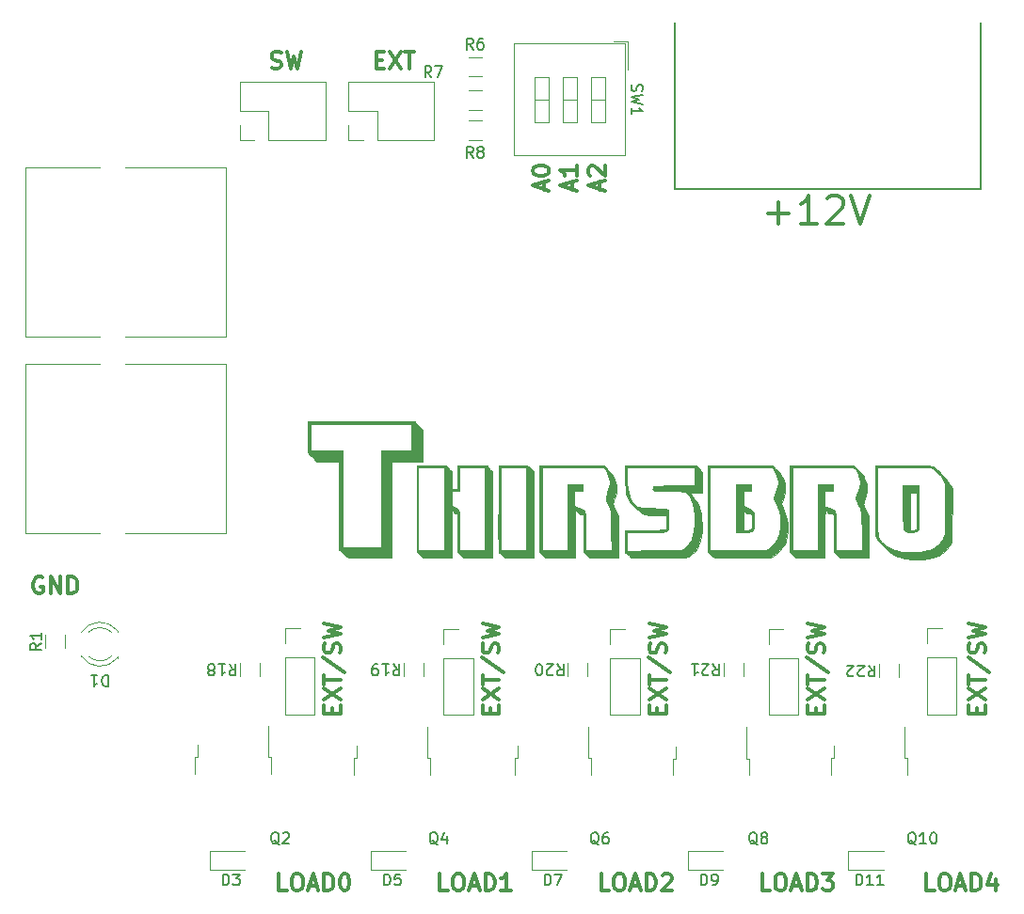
<source format=gto>
G04 #@! TF.GenerationSoftware,KiCad,Pcbnew,(2017-11-24 revision a01d81e)-master*
G04 #@! TF.CreationDate,2017-12-03T16:31:32+01:00*
G04 #@! TF.ProjectId,PWRCTRLBRD,5057524354524C4252442E6B69636164,rev?*
G04 #@! TF.SameCoordinates,Original*
G04 #@! TF.FileFunction,Legend,Top*
G04 #@! TF.FilePolarity,Positive*
%FSLAX46Y46*%
G04 Gerber Fmt 4.6, Leading zero omitted, Abs format (unit mm)*
G04 Created by KiCad (PCBNEW (2017-11-24 revision a01d81e)-master) date Sunday '03en' 03. December 2017 'kl'. 16.31.32*
%MOMM*%
%LPD*%
G01*
G04 APERTURE LIST*
%ADD10C,0.300000*%
%ADD11C,0.200000*%
%ADD12C,0.010000*%
%ADD13C,0.120000*%
%ADD14C,0.150000*%
G04 APERTURE END LIST*
D10*
X147716857Y-79084857D02*
X148216857Y-79084857D01*
X148431142Y-79870571D02*
X147716857Y-79870571D01*
X147716857Y-78370571D01*
X148431142Y-78370571D01*
X148931142Y-78370571D02*
X149931142Y-79870571D01*
X149931142Y-78370571D02*
X148931142Y-79870571D01*
X150288285Y-78370571D02*
X151145428Y-78370571D01*
X150716857Y-79870571D02*
X150716857Y-78370571D01*
X138288285Y-79799142D02*
X138502571Y-79870571D01*
X138859714Y-79870571D01*
X139002571Y-79799142D01*
X139074000Y-79727714D01*
X139145428Y-79584857D01*
X139145428Y-79442000D01*
X139074000Y-79299142D01*
X139002571Y-79227714D01*
X138859714Y-79156285D01*
X138574000Y-79084857D01*
X138431142Y-79013428D01*
X138359714Y-78942000D01*
X138288285Y-78799142D01*
X138288285Y-78656285D01*
X138359714Y-78513428D01*
X138431142Y-78442000D01*
X138574000Y-78370571D01*
X138931142Y-78370571D01*
X139145428Y-78442000D01*
X139645428Y-78370571D02*
X140002571Y-79870571D01*
X140288285Y-78799142D01*
X140574000Y-79870571D01*
X140931142Y-78370571D01*
X143716857Y-137906285D02*
X143716857Y-137406285D01*
X144502571Y-137192000D02*
X144502571Y-137906285D01*
X143002571Y-137906285D01*
X143002571Y-137192000D01*
X143002571Y-136692000D02*
X144502571Y-135692000D01*
X143002571Y-135692000D02*
X144502571Y-136692000D01*
X143002571Y-135334857D02*
X143002571Y-134477714D01*
X144502571Y-134906285D02*
X143002571Y-134906285D01*
X142931142Y-132906285D02*
X144859714Y-134192000D01*
X144431142Y-132477714D02*
X144502571Y-132263428D01*
X144502571Y-131906285D01*
X144431142Y-131763428D01*
X144359714Y-131692000D01*
X144216857Y-131620571D01*
X144074000Y-131620571D01*
X143931142Y-131692000D01*
X143859714Y-131763428D01*
X143788285Y-131906285D01*
X143716857Y-132192000D01*
X143645428Y-132334857D01*
X143574000Y-132406285D01*
X143431142Y-132477714D01*
X143288285Y-132477714D01*
X143145428Y-132406285D01*
X143074000Y-132334857D01*
X143002571Y-132192000D01*
X143002571Y-131834857D01*
X143074000Y-131620571D01*
X143002571Y-131120571D02*
X144502571Y-130763428D01*
X143431142Y-130477714D01*
X144502571Y-130192000D01*
X143002571Y-129834857D01*
X201716857Y-137906285D02*
X201716857Y-137406285D01*
X202502571Y-137192000D02*
X202502571Y-137906285D01*
X201002571Y-137906285D01*
X201002571Y-137192000D01*
X201002571Y-136692000D02*
X202502571Y-135692000D01*
X201002571Y-135692000D02*
X202502571Y-136692000D01*
X201002571Y-135334857D02*
X201002571Y-134477714D01*
X202502571Y-134906285D02*
X201002571Y-134906285D01*
X200931142Y-132906285D02*
X202859714Y-134192000D01*
X202431142Y-132477714D02*
X202502571Y-132263428D01*
X202502571Y-131906285D01*
X202431142Y-131763428D01*
X202359714Y-131692000D01*
X202216857Y-131620571D01*
X202074000Y-131620571D01*
X201931142Y-131692000D01*
X201859714Y-131763428D01*
X201788285Y-131906285D01*
X201716857Y-132192000D01*
X201645428Y-132334857D01*
X201574000Y-132406285D01*
X201431142Y-132477714D01*
X201288285Y-132477714D01*
X201145428Y-132406285D01*
X201074000Y-132334857D01*
X201002571Y-132192000D01*
X201002571Y-131834857D01*
X201074000Y-131620571D01*
X201002571Y-131120571D02*
X202502571Y-130763428D01*
X201431142Y-130477714D01*
X202502571Y-130192000D01*
X201002571Y-129834857D01*
X187216857Y-137906285D02*
X187216857Y-137406285D01*
X188002571Y-137192000D02*
X188002571Y-137906285D01*
X186502571Y-137906285D01*
X186502571Y-137192000D01*
X186502571Y-136692000D02*
X188002571Y-135692000D01*
X186502571Y-135692000D02*
X188002571Y-136692000D01*
X186502571Y-135334857D02*
X186502571Y-134477714D01*
X188002571Y-134906285D02*
X186502571Y-134906285D01*
X186431142Y-132906285D02*
X188359714Y-134192000D01*
X187931142Y-132477714D02*
X188002571Y-132263428D01*
X188002571Y-131906285D01*
X187931142Y-131763428D01*
X187859714Y-131692000D01*
X187716857Y-131620571D01*
X187574000Y-131620571D01*
X187431142Y-131692000D01*
X187359714Y-131763428D01*
X187288285Y-131906285D01*
X187216857Y-132192000D01*
X187145428Y-132334857D01*
X187074000Y-132406285D01*
X186931142Y-132477714D01*
X186788285Y-132477714D01*
X186645428Y-132406285D01*
X186574000Y-132334857D01*
X186502571Y-132192000D01*
X186502571Y-131834857D01*
X186574000Y-131620571D01*
X186502571Y-131120571D02*
X188002571Y-130763428D01*
X186931142Y-130477714D01*
X188002571Y-130192000D01*
X186502571Y-129834857D01*
X172966857Y-137906285D02*
X172966857Y-137406285D01*
X173752571Y-137192000D02*
X173752571Y-137906285D01*
X172252571Y-137906285D01*
X172252571Y-137192000D01*
X172252571Y-136692000D02*
X173752571Y-135692000D01*
X172252571Y-135692000D02*
X173752571Y-136692000D01*
X172252571Y-135334857D02*
X172252571Y-134477714D01*
X173752571Y-134906285D02*
X172252571Y-134906285D01*
X172181142Y-132906285D02*
X174109714Y-134192000D01*
X173681142Y-132477714D02*
X173752571Y-132263428D01*
X173752571Y-131906285D01*
X173681142Y-131763428D01*
X173609714Y-131692000D01*
X173466857Y-131620571D01*
X173324000Y-131620571D01*
X173181142Y-131692000D01*
X173109714Y-131763428D01*
X173038285Y-131906285D01*
X172966857Y-132192000D01*
X172895428Y-132334857D01*
X172824000Y-132406285D01*
X172681142Y-132477714D01*
X172538285Y-132477714D01*
X172395428Y-132406285D01*
X172324000Y-132334857D01*
X172252571Y-132192000D01*
X172252571Y-131834857D01*
X172324000Y-131620571D01*
X172252571Y-131120571D02*
X173752571Y-130763428D01*
X172681142Y-130477714D01*
X173752571Y-130192000D01*
X172252571Y-129834857D01*
X157966857Y-137906285D02*
X157966857Y-137406285D01*
X158752571Y-137192000D02*
X158752571Y-137906285D01*
X157252571Y-137906285D01*
X157252571Y-137192000D01*
X157252571Y-136692000D02*
X158752571Y-135692000D01*
X157252571Y-135692000D02*
X158752571Y-136692000D01*
X157252571Y-135334857D02*
X157252571Y-134477714D01*
X158752571Y-134906285D02*
X157252571Y-134906285D01*
X157181142Y-132906285D02*
X159109714Y-134192000D01*
X158681142Y-132477714D02*
X158752571Y-132263428D01*
X158752571Y-131906285D01*
X158681142Y-131763428D01*
X158609714Y-131692000D01*
X158466857Y-131620571D01*
X158324000Y-131620571D01*
X158181142Y-131692000D01*
X158109714Y-131763428D01*
X158038285Y-131906285D01*
X157966857Y-132192000D01*
X157895428Y-132334857D01*
X157824000Y-132406285D01*
X157681142Y-132477714D01*
X157538285Y-132477714D01*
X157395428Y-132406285D01*
X157324000Y-132334857D01*
X157252571Y-132192000D01*
X157252571Y-131834857D01*
X157324000Y-131620571D01*
X157252571Y-131120571D02*
X158752571Y-130763428D01*
X157681142Y-130477714D01*
X158752571Y-130192000D01*
X157252571Y-129834857D01*
X197895428Y-153870571D02*
X197181142Y-153870571D01*
X197181142Y-152370571D01*
X198681142Y-152370571D02*
X198966857Y-152370571D01*
X199109714Y-152442000D01*
X199252571Y-152584857D01*
X199324000Y-152870571D01*
X199324000Y-153370571D01*
X199252571Y-153656285D01*
X199109714Y-153799142D01*
X198966857Y-153870571D01*
X198681142Y-153870571D01*
X198538285Y-153799142D01*
X198395428Y-153656285D01*
X198324000Y-153370571D01*
X198324000Y-152870571D01*
X198395428Y-152584857D01*
X198538285Y-152442000D01*
X198681142Y-152370571D01*
X199895428Y-153442000D02*
X200609714Y-153442000D01*
X199752571Y-153870571D02*
X200252571Y-152370571D01*
X200752571Y-153870571D01*
X201252571Y-153870571D02*
X201252571Y-152370571D01*
X201609714Y-152370571D01*
X201824000Y-152442000D01*
X201966857Y-152584857D01*
X202038285Y-152727714D01*
X202109714Y-153013428D01*
X202109714Y-153227714D01*
X202038285Y-153513428D01*
X201966857Y-153656285D01*
X201824000Y-153799142D01*
X201609714Y-153870571D01*
X201252571Y-153870571D01*
X203395428Y-152870571D02*
X203395428Y-153870571D01*
X203038285Y-152299142D02*
X202681142Y-153370571D01*
X203609714Y-153370571D01*
X183145428Y-153870571D02*
X182431142Y-153870571D01*
X182431142Y-152370571D01*
X183931142Y-152370571D02*
X184216857Y-152370571D01*
X184359714Y-152442000D01*
X184502571Y-152584857D01*
X184574000Y-152870571D01*
X184574000Y-153370571D01*
X184502571Y-153656285D01*
X184359714Y-153799142D01*
X184216857Y-153870571D01*
X183931142Y-153870571D01*
X183788285Y-153799142D01*
X183645428Y-153656285D01*
X183574000Y-153370571D01*
X183574000Y-152870571D01*
X183645428Y-152584857D01*
X183788285Y-152442000D01*
X183931142Y-152370571D01*
X185145428Y-153442000D02*
X185859714Y-153442000D01*
X185002571Y-153870571D02*
X185502571Y-152370571D01*
X186002571Y-153870571D01*
X186502571Y-153870571D02*
X186502571Y-152370571D01*
X186859714Y-152370571D01*
X187074000Y-152442000D01*
X187216857Y-152584857D01*
X187288285Y-152727714D01*
X187359714Y-153013428D01*
X187359714Y-153227714D01*
X187288285Y-153513428D01*
X187216857Y-153656285D01*
X187074000Y-153799142D01*
X186859714Y-153870571D01*
X186502571Y-153870571D01*
X187859714Y-152370571D02*
X188788285Y-152370571D01*
X188288285Y-152942000D01*
X188502571Y-152942000D01*
X188645428Y-153013428D01*
X188716857Y-153084857D01*
X188788285Y-153227714D01*
X188788285Y-153584857D01*
X188716857Y-153727714D01*
X188645428Y-153799142D01*
X188502571Y-153870571D01*
X188074000Y-153870571D01*
X187931142Y-153799142D01*
X187859714Y-153727714D01*
X168645428Y-153870571D02*
X167931142Y-153870571D01*
X167931142Y-152370571D01*
X169431142Y-152370571D02*
X169716857Y-152370571D01*
X169859714Y-152442000D01*
X170002571Y-152584857D01*
X170074000Y-152870571D01*
X170074000Y-153370571D01*
X170002571Y-153656285D01*
X169859714Y-153799142D01*
X169716857Y-153870571D01*
X169431142Y-153870571D01*
X169288285Y-153799142D01*
X169145428Y-153656285D01*
X169074000Y-153370571D01*
X169074000Y-152870571D01*
X169145428Y-152584857D01*
X169288285Y-152442000D01*
X169431142Y-152370571D01*
X170645428Y-153442000D02*
X171359714Y-153442000D01*
X170502571Y-153870571D02*
X171002571Y-152370571D01*
X171502571Y-153870571D01*
X172002571Y-153870571D02*
X172002571Y-152370571D01*
X172359714Y-152370571D01*
X172574000Y-152442000D01*
X172716857Y-152584857D01*
X172788285Y-152727714D01*
X172859714Y-153013428D01*
X172859714Y-153227714D01*
X172788285Y-153513428D01*
X172716857Y-153656285D01*
X172574000Y-153799142D01*
X172359714Y-153870571D01*
X172002571Y-153870571D01*
X173431142Y-152513428D02*
X173502571Y-152442000D01*
X173645428Y-152370571D01*
X174002571Y-152370571D01*
X174145428Y-152442000D01*
X174216857Y-152513428D01*
X174288285Y-152656285D01*
X174288285Y-152799142D01*
X174216857Y-153013428D01*
X173359714Y-153870571D01*
X174288285Y-153870571D01*
X154145428Y-153870571D02*
X153431142Y-153870571D01*
X153431142Y-152370571D01*
X154931142Y-152370571D02*
X155216857Y-152370571D01*
X155359714Y-152442000D01*
X155502571Y-152584857D01*
X155574000Y-152870571D01*
X155574000Y-153370571D01*
X155502571Y-153656285D01*
X155359714Y-153799142D01*
X155216857Y-153870571D01*
X154931142Y-153870571D01*
X154788285Y-153799142D01*
X154645428Y-153656285D01*
X154574000Y-153370571D01*
X154574000Y-152870571D01*
X154645428Y-152584857D01*
X154788285Y-152442000D01*
X154931142Y-152370571D01*
X156145428Y-153442000D02*
X156859714Y-153442000D01*
X156002571Y-153870571D02*
X156502571Y-152370571D01*
X157002571Y-153870571D01*
X157502571Y-153870571D02*
X157502571Y-152370571D01*
X157859714Y-152370571D01*
X158074000Y-152442000D01*
X158216857Y-152584857D01*
X158288285Y-152727714D01*
X158359714Y-153013428D01*
X158359714Y-153227714D01*
X158288285Y-153513428D01*
X158216857Y-153656285D01*
X158074000Y-153799142D01*
X157859714Y-153870571D01*
X157502571Y-153870571D01*
X159788285Y-153870571D02*
X158931142Y-153870571D01*
X159359714Y-153870571D02*
X159359714Y-152370571D01*
X159216857Y-152584857D01*
X159074000Y-152727714D01*
X158931142Y-152799142D01*
X139645428Y-153870571D02*
X138931142Y-153870571D01*
X138931142Y-152370571D01*
X140431142Y-152370571D02*
X140716857Y-152370571D01*
X140859714Y-152442000D01*
X141002571Y-152584857D01*
X141074000Y-152870571D01*
X141074000Y-153370571D01*
X141002571Y-153656285D01*
X140859714Y-153799142D01*
X140716857Y-153870571D01*
X140431142Y-153870571D01*
X140288285Y-153799142D01*
X140145428Y-153656285D01*
X140074000Y-153370571D01*
X140074000Y-152870571D01*
X140145428Y-152584857D01*
X140288285Y-152442000D01*
X140431142Y-152370571D01*
X141645428Y-153442000D02*
X142359714Y-153442000D01*
X141502571Y-153870571D02*
X142002571Y-152370571D01*
X142502571Y-153870571D01*
X143002571Y-153870571D02*
X143002571Y-152370571D01*
X143359714Y-152370571D01*
X143574000Y-152442000D01*
X143716857Y-152584857D01*
X143788285Y-152727714D01*
X143859714Y-153013428D01*
X143859714Y-153227714D01*
X143788285Y-153513428D01*
X143716857Y-153656285D01*
X143574000Y-153799142D01*
X143359714Y-153870571D01*
X143002571Y-153870571D01*
X144788285Y-152370571D02*
X144931142Y-152370571D01*
X145074000Y-152442000D01*
X145145428Y-152513428D01*
X145216857Y-152656285D01*
X145288285Y-152942000D01*
X145288285Y-153299142D01*
X145216857Y-153584857D01*
X145145428Y-153727714D01*
X145074000Y-153799142D01*
X144931142Y-153870571D01*
X144788285Y-153870571D01*
X144645428Y-153799142D01*
X144574000Y-153727714D01*
X144502571Y-153584857D01*
X144431142Y-153299142D01*
X144431142Y-152942000D01*
X144502571Y-152656285D01*
X144574000Y-152513428D01*
X144645428Y-152442000D01*
X144788285Y-152370571D01*
D11*
X174574000Y-90692000D02*
X174574000Y-75692000D01*
X202074000Y-90692000D02*
X174574000Y-90692000D01*
X202074000Y-75692000D02*
X202074000Y-90692000D01*
D10*
X167824000Y-90763428D02*
X167824000Y-90049142D01*
X168252571Y-90906285D02*
X166752571Y-90406285D01*
X168252571Y-89906285D01*
X166895428Y-89477714D02*
X166824000Y-89406285D01*
X166752571Y-89263428D01*
X166752571Y-88906285D01*
X166824000Y-88763428D01*
X166895428Y-88692000D01*
X167038285Y-88620571D01*
X167181142Y-88620571D01*
X167395428Y-88692000D01*
X168252571Y-89549142D01*
X168252571Y-88620571D01*
X165324000Y-90763428D02*
X165324000Y-90049142D01*
X165752571Y-90906285D02*
X164252571Y-90406285D01*
X165752571Y-89906285D01*
X165752571Y-88620571D02*
X165752571Y-89477714D01*
X165752571Y-89049142D02*
X164252571Y-89049142D01*
X164466857Y-89192000D01*
X164609714Y-89334857D01*
X164681142Y-89477714D01*
X162824000Y-90763428D02*
X162824000Y-90049142D01*
X163252571Y-90906285D02*
X161752571Y-90406285D01*
X163252571Y-89906285D01*
X161752571Y-89120571D02*
X161752571Y-88977714D01*
X161824000Y-88834857D01*
X161895428Y-88763428D01*
X162038285Y-88692000D01*
X162324000Y-88620571D01*
X162681142Y-88620571D01*
X162966857Y-88692000D01*
X163109714Y-88763428D01*
X163181142Y-88834857D01*
X163252571Y-88977714D01*
X163252571Y-89120571D01*
X163181142Y-89263428D01*
X163109714Y-89334857D01*
X162966857Y-89406285D01*
X162681142Y-89477714D01*
X162324000Y-89477714D01*
X162038285Y-89406285D01*
X161895428Y-89334857D01*
X161824000Y-89263428D01*
X161752571Y-89120571D01*
X182919238Y-92870571D02*
X184824000Y-92870571D01*
X183871619Y-93822952D02*
X183871619Y-91918190D01*
X187324000Y-93822952D02*
X185895428Y-93822952D01*
X186609714Y-93822952D02*
X186609714Y-91322952D01*
X186371619Y-91680095D01*
X186133523Y-91918190D01*
X185895428Y-92037238D01*
X188276380Y-91561047D02*
X188395428Y-91442000D01*
X188633523Y-91322952D01*
X189228761Y-91322952D01*
X189466857Y-91442000D01*
X189585904Y-91561047D01*
X189704952Y-91799142D01*
X189704952Y-92037238D01*
X189585904Y-92394380D01*
X188157333Y-93822952D01*
X189704952Y-93822952D01*
X190419238Y-91322952D02*
X191252571Y-93822952D01*
X192085904Y-91322952D01*
X117681142Y-125692000D02*
X117538285Y-125620571D01*
X117324000Y-125620571D01*
X117109714Y-125692000D01*
X116966857Y-125834857D01*
X116895428Y-125977714D01*
X116824000Y-126263428D01*
X116824000Y-126477714D01*
X116895428Y-126763428D01*
X116966857Y-126906285D01*
X117109714Y-127049142D01*
X117324000Y-127120571D01*
X117466857Y-127120571D01*
X117681142Y-127049142D01*
X117752571Y-126977714D01*
X117752571Y-126477714D01*
X117466857Y-126477714D01*
X118395428Y-127120571D02*
X118395428Y-125620571D01*
X119252571Y-127120571D01*
X119252571Y-125620571D01*
X119966857Y-127120571D02*
X119966857Y-125620571D01*
X120324000Y-125620571D01*
X120538285Y-125692000D01*
X120681142Y-125834857D01*
X120752571Y-125977714D01*
X120824000Y-126263428D01*
X120824000Y-126477714D01*
X120752571Y-126763428D01*
X120681142Y-126906285D01*
X120538285Y-127049142D01*
X120324000Y-127120571D01*
X119966857Y-127120571D01*
D12*
G36*
X181417164Y-117873446D02*
X181057496Y-117888021D01*
X180697828Y-117902597D01*
X180697828Y-119271046D01*
X181003856Y-119356129D01*
X181252255Y-119448583D01*
X181446309Y-119580763D01*
X181499950Y-119631278D01*
X181690015Y-119821343D01*
X181690015Y-120535477D01*
X181684546Y-120889975D01*
X181660196Y-121157621D01*
X181605047Y-121350538D01*
X181507185Y-121480849D01*
X181354694Y-121560676D01*
X181135658Y-121602141D01*
X180838160Y-121617368D01*
X180625007Y-121618954D01*
X180052906Y-121618954D01*
X180052906Y-121420516D01*
X180697828Y-121420516D01*
X180984446Y-121420516D01*
X181202666Y-121403916D01*
X181357493Y-121357601D01*
X181381321Y-121343289D01*
X181426654Y-121305796D01*
X181457511Y-121256262D01*
X181476662Y-121176697D01*
X181486876Y-121049110D01*
X181490921Y-120855512D01*
X181491578Y-120626993D01*
X181491578Y-119987924D01*
X181255933Y-119954383D01*
X181023920Y-119885877D01*
X180859058Y-119767979D01*
X180697828Y-119615115D01*
X180697828Y-121420516D01*
X180052906Y-121420516D01*
X180052906Y-117302938D01*
X181446920Y-117302938D01*
X181417164Y-117873446D01*
X181417164Y-117873446D01*
G37*
X181417164Y-117873446D02*
X181057496Y-117888021D01*
X180697828Y-117902597D01*
X180697828Y-119271046D01*
X181003856Y-119356129D01*
X181252255Y-119448583D01*
X181446309Y-119580763D01*
X181499950Y-119631278D01*
X181690015Y-119821343D01*
X181690015Y-120535477D01*
X181684546Y-120889975D01*
X181660196Y-121157621D01*
X181605047Y-121350538D01*
X181507185Y-121480849D01*
X181354694Y-121560676D01*
X181135658Y-121602141D01*
X180838160Y-121617368D01*
X180625007Y-121618954D01*
X180052906Y-121618954D01*
X180052906Y-121420516D01*
X180697828Y-121420516D01*
X180984446Y-121420516D01*
X181202666Y-121403916D01*
X181357493Y-121357601D01*
X181381321Y-121343289D01*
X181426654Y-121305796D01*
X181457511Y-121256262D01*
X181476662Y-121176697D01*
X181486876Y-121049110D01*
X181490921Y-120855512D01*
X181491578Y-120626993D01*
X181491578Y-119987924D01*
X181255933Y-119954383D01*
X181023920Y-119885877D01*
X180859058Y-119767979D01*
X180697828Y-119615115D01*
X180697828Y-121420516D01*
X180052906Y-121420516D01*
X180052906Y-117302938D01*
X181446920Y-117302938D01*
X181417164Y-117873446D01*
G36*
X196523219Y-119340184D02*
X196521989Y-119828405D01*
X196518429Y-120264005D01*
X196512728Y-120638934D01*
X196505078Y-120945146D01*
X196495670Y-121174592D01*
X196484696Y-121319225D01*
X196475056Y-121368202D01*
X196369927Y-121471426D01*
X196195075Y-121549512D01*
X195977844Y-121597893D01*
X195745574Y-121612000D01*
X195525608Y-121587265D01*
X195400970Y-121547669D01*
X195323749Y-121513506D01*
X195260234Y-121478323D01*
X195209089Y-121432720D01*
X195168972Y-121367296D01*
X195138547Y-121272652D01*
X195116474Y-121139387D01*
X195101415Y-120958103D01*
X195092031Y-120719398D01*
X195086982Y-120413873D01*
X195084931Y-120032128D01*
X195084539Y-119564763D01*
X195084547Y-119325884D01*
X195084547Y-118047079D01*
X195729469Y-118047079D01*
X195729469Y-121420516D01*
X195899872Y-121420516D01*
X196060110Y-121405893D01*
X196197528Y-121372134D01*
X196324781Y-121323753D01*
X196324781Y-118047079D01*
X195729469Y-118047079D01*
X195084547Y-118047079D01*
X195084547Y-117402157D01*
X196523219Y-117402157D01*
X196523219Y-119340184D01*
X196523219Y-119340184D01*
G37*
X196523219Y-119340184D02*
X196521989Y-119828405D01*
X196518429Y-120264005D01*
X196512728Y-120638934D01*
X196505078Y-120945146D01*
X196495670Y-121174592D01*
X196484696Y-121319225D01*
X196475056Y-121368202D01*
X196369927Y-121471426D01*
X196195075Y-121549512D01*
X195977844Y-121597893D01*
X195745574Y-121612000D01*
X195525608Y-121587265D01*
X195400970Y-121547669D01*
X195323749Y-121513506D01*
X195260234Y-121478323D01*
X195209089Y-121432720D01*
X195168972Y-121367296D01*
X195138547Y-121272652D01*
X195116474Y-121139387D01*
X195101415Y-120958103D01*
X195092031Y-120719398D01*
X195086982Y-120413873D01*
X195084931Y-120032128D01*
X195084539Y-119564763D01*
X195084547Y-119325884D01*
X195084547Y-118047079D01*
X195729469Y-118047079D01*
X195729469Y-121420516D01*
X195899872Y-121420516D01*
X196060110Y-121405893D01*
X196197528Y-121372134D01*
X196324781Y-121323753D01*
X196324781Y-118047079D01*
X195729469Y-118047079D01*
X195084547Y-118047079D01*
X195084547Y-117402157D01*
X196523219Y-117402157D01*
X196523219Y-119340184D01*
G36*
X187729957Y-115567287D02*
X188252237Y-115567916D01*
X188746869Y-115569481D01*
X189204577Y-115571890D01*
X189616085Y-115575046D01*
X189972114Y-115578855D01*
X190263390Y-115583223D01*
X190480635Y-115588054D01*
X190614573Y-115593255D01*
X190654118Y-115597148D01*
X190728906Y-115644483D01*
X190850693Y-115751303D01*
X191002252Y-115901465D01*
X191156897Y-116068195D01*
X191333072Y-116270331D01*
X191457030Y-116428702D01*
X191545598Y-116570793D01*
X191615608Y-116724091D01*
X191683889Y-116916080D01*
X191692990Y-116943706D01*
X191787299Y-117281227D01*
X191830154Y-117583101D01*
X191820931Y-117880009D01*
X191759007Y-118202631D01*
X191660737Y-118531233D01*
X191584753Y-118767753D01*
X191540383Y-118932510D01*
X191523922Y-119046460D01*
X191531665Y-119130561D01*
X191546688Y-119176155D01*
X191590303Y-119280932D01*
X191661086Y-119448626D01*
X191747085Y-119650974D01*
X191793034Y-119758602D01*
X191983961Y-120205086D01*
X191998089Y-122053036D01*
X192012217Y-123900985D01*
X189404273Y-123897367D01*
X189119019Y-123628477D01*
X188833765Y-123359588D01*
X188833765Y-119987924D01*
X188615060Y-119955127D01*
X188386915Y-119879457D01*
X188258513Y-119778454D01*
X188161995Y-119687299D01*
X188091543Y-119637639D01*
X188080343Y-119634579D01*
X188071850Y-119682499D01*
X188063965Y-119819510D01*
X188056880Y-120035481D01*
X188050786Y-120320285D01*
X188045875Y-120663793D01*
X188042338Y-121055877D01*
X188040367Y-121486407D01*
X188040015Y-121767782D01*
X188040015Y-123900985D01*
X186737769Y-123899915D01*
X185435523Y-123898844D01*
X184914625Y-123397854D01*
X184914625Y-115765047D01*
X185113062Y-115765047D01*
X185113062Y-123256063D01*
X187395094Y-123256063D01*
X187395094Y-117302938D01*
X188784156Y-117302938D01*
X188784156Y-117898250D01*
X188040015Y-117898250D01*
X188040015Y-119282817D01*
X188226051Y-119316634D01*
X188436650Y-119376465D01*
X188648854Y-119471983D01*
X188829980Y-119585694D01*
X188947342Y-119700103D01*
X188950067Y-119704170D01*
X188972305Y-119747466D01*
X188990193Y-119809228D01*
X189004188Y-119899747D01*
X189014753Y-120029318D01*
X189022345Y-120208232D01*
X189027426Y-120446782D01*
X189030455Y-120755260D01*
X189031891Y-121143960D01*
X189032203Y-121542794D01*
X189032203Y-123256063D01*
X191363844Y-123256063D01*
X191363844Y-121552306D01*
X191363719Y-121076492D01*
X191362153Y-120686882D01*
X191357361Y-120370461D01*
X191347557Y-120114214D01*
X191330955Y-119905127D01*
X191305768Y-119730186D01*
X191270211Y-119576375D01*
X191222497Y-119430680D01*
X191160841Y-119280086D01*
X191083457Y-119111580D01*
X191006795Y-118950451D01*
X190834451Y-118588785D01*
X190999919Y-118082287D01*
X191073669Y-117840994D01*
X191137412Y-117604061D01*
X191182311Y-117405779D01*
X191196550Y-117319440D01*
X191199146Y-117062320D01*
X191157001Y-116768806D01*
X191078777Y-116468248D01*
X190973136Y-116189997D01*
X190848741Y-115963404D01*
X190766473Y-115862208D01*
X190742742Y-115841387D01*
X190711294Y-115823773D01*
X190664204Y-115809098D01*
X190593548Y-115797093D01*
X190491404Y-115787491D01*
X190349847Y-115780025D01*
X190160953Y-115774426D01*
X189916799Y-115770427D01*
X189609462Y-115767759D01*
X189231017Y-115766156D01*
X188773541Y-115765350D01*
X188229110Y-115765072D01*
X187891187Y-115765047D01*
X185113062Y-115765047D01*
X184914625Y-115765047D01*
X184914625Y-115566610D01*
X187729957Y-115567287D01*
X187729957Y-115567287D01*
G37*
X187729957Y-115567287D02*
X188252237Y-115567916D01*
X188746869Y-115569481D01*
X189204577Y-115571890D01*
X189616085Y-115575046D01*
X189972114Y-115578855D01*
X190263390Y-115583223D01*
X190480635Y-115588054D01*
X190614573Y-115593255D01*
X190654118Y-115597148D01*
X190728906Y-115644483D01*
X190850693Y-115751303D01*
X191002252Y-115901465D01*
X191156897Y-116068195D01*
X191333072Y-116270331D01*
X191457030Y-116428702D01*
X191545598Y-116570793D01*
X191615608Y-116724091D01*
X191683889Y-116916080D01*
X191692990Y-116943706D01*
X191787299Y-117281227D01*
X191830154Y-117583101D01*
X191820931Y-117880009D01*
X191759007Y-118202631D01*
X191660737Y-118531233D01*
X191584753Y-118767753D01*
X191540383Y-118932510D01*
X191523922Y-119046460D01*
X191531665Y-119130561D01*
X191546688Y-119176155D01*
X191590303Y-119280932D01*
X191661086Y-119448626D01*
X191747085Y-119650974D01*
X191793034Y-119758602D01*
X191983961Y-120205086D01*
X191998089Y-122053036D01*
X192012217Y-123900985D01*
X189404273Y-123897367D01*
X189119019Y-123628477D01*
X188833765Y-123359588D01*
X188833765Y-119987924D01*
X188615060Y-119955127D01*
X188386915Y-119879457D01*
X188258513Y-119778454D01*
X188161995Y-119687299D01*
X188091543Y-119637639D01*
X188080343Y-119634579D01*
X188071850Y-119682499D01*
X188063965Y-119819510D01*
X188056880Y-120035481D01*
X188050786Y-120320285D01*
X188045875Y-120663793D01*
X188042338Y-121055877D01*
X188040367Y-121486407D01*
X188040015Y-121767782D01*
X188040015Y-123900985D01*
X186737769Y-123899915D01*
X185435523Y-123898844D01*
X184914625Y-123397854D01*
X184914625Y-115765047D01*
X185113062Y-115765047D01*
X185113062Y-123256063D01*
X187395094Y-123256063D01*
X187395094Y-117302938D01*
X188784156Y-117302938D01*
X188784156Y-117898250D01*
X188040015Y-117898250D01*
X188040015Y-119282817D01*
X188226051Y-119316634D01*
X188436650Y-119376465D01*
X188648854Y-119471983D01*
X188829980Y-119585694D01*
X188947342Y-119700103D01*
X188950067Y-119704170D01*
X188972305Y-119747466D01*
X188990193Y-119809228D01*
X189004188Y-119899747D01*
X189014753Y-120029318D01*
X189022345Y-120208232D01*
X189027426Y-120446782D01*
X189030455Y-120755260D01*
X189031891Y-121143960D01*
X189032203Y-121542794D01*
X189032203Y-123256063D01*
X191363844Y-123256063D01*
X191363844Y-121552306D01*
X191363719Y-121076492D01*
X191362153Y-120686882D01*
X191357361Y-120370461D01*
X191347557Y-120114214D01*
X191330955Y-119905127D01*
X191305768Y-119730186D01*
X191270211Y-119576375D01*
X191222497Y-119430680D01*
X191160841Y-119280086D01*
X191083457Y-119111580D01*
X191006795Y-118950451D01*
X190834451Y-118588785D01*
X190999919Y-118082287D01*
X191073669Y-117840994D01*
X191137412Y-117604061D01*
X191182311Y-117405779D01*
X191196550Y-117319440D01*
X191199146Y-117062320D01*
X191157001Y-116768806D01*
X191078777Y-116468248D01*
X190973136Y-116189997D01*
X190848741Y-115963404D01*
X190766473Y-115862208D01*
X190742742Y-115841387D01*
X190711294Y-115823773D01*
X190664204Y-115809098D01*
X190593548Y-115797093D01*
X190491404Y-115787491D01*
X190349847Y-115780025D01*
X190160953Y-115774426D01*
X189916799Y-115770427D01*
X189609462Y-115767759D01*
X189231017Y-115766156D01*
X188773541Y-115765350D01*
X188229110Y-115765072D01*
X187891187Y-115765047D01*
X185113062Y-115765047D01*
X184914625Y-115765047D01*
X184914625Y-115566610D01*
X187729957Y-115567287D01*
G36*
X182093774Y-115575994D02*
X182515720Y-115580230D01*
X182849022Y-115586659D01*
X183090710Y-115595247D01*
X183237814Y-115605955D01*
X183277515Y-115612790D01*
X183407089Y-115678276D01*
X183568145Y-115811893D01*
X183770133Y-116021607D01*
X183793850Y-116048083D01*
X183998473Y-116290576D01*
X184148034Y-116505902D01*
X184260119Y-116727421D01*
X184352314Y-116988494D01*
X184420768Y-117237272D01*
X184466479Y-117445765D01*
X184486507Y-117634839D01*
X184478359Y-117826948D01*
X184439545Y-118044542D01*
X184367570Y-118310077D01*
X184266620Y-118625959D01*
X184115378Y-119080816D01*
X184266583Y-119380352D01*
X184486852Y-119891201D01*
X184625419Y-120400175D01*
X184691051Y-120924422D01*
X184701780Y-121486874D01*
X184656592Y-121973158D01*
X184554541Y-122389704D01*
X184433683Y-122672573D01*
X184240617Y-122977767D01*
X183993809Y-123275856D01*
X183720606Y-123537376D01*
X183451148Y-123731234D01*
X183203101Y-123876180D01*
X180648219Y-123887864D01*
X178093336Y-123899547D01*
X177807779Y-123629286D01*
X177522222Y-123359024D01*
X177534927Y-119475219D01*
X177547064Y-115765047D01*
X177721265Y-115765047D01*
X177721265Y-123256063D01*
X180109162Y-123256063D01*
X180754579Y-123254991D01*
X181303246Y-123251739D01*
X181757608Y-123246254D01*
X182120112Y-123238482D01*
X182393202Y-123228370D01*
X182579324Y-123215865D01*
X182680925Y-123200913D01*
X182684804Y-123199813D01*
X182905488Y-123097200D01*
X183145357Y-122924401D01*
X183381542Y-122701096D01*
X183591174Y-122446965D01*
X183637210Y-122380232D01*
X183775446Y-122161702D01*
X183877634Y-121969057D01*
X183949107Y-121780426D01*
X183995201Y-121573937D01*
X184021250Y-121327720D01*
X184032588Y-121019903D01*
X184034634Y-120750789D01*
X184033698Y-120443126D01*
X184028481Y-120212073D01*
X184016487Y-120035038D01*
X183995218Y-119889429D01*
X183962177Y-119752654D01*
X183914867Y-119602119D01*
X183904168Y-119570417D01*
X183817882Y-119336088D01*
X183717003Y-119090855D01*
X183623120Y-118887154D01*
X183621655Y-118884246D01*
X183470444Y-118584697D01*
X183643464Y-118055439D01*
X183741999Y-117743598D01*
X183807748Y-117501322D01*
X183843419Y-117305520D01*
X183851719Y-117133103D01*
X183835355Y-116960982D01*
X183797035Y-116766068D01*
X183795466Y-116759148D01*
X183721425Y-116465542D01*
X183646395Y-116245286D01*
X183559872Y-116072968D01*
X183451354Y-115923176D01*
X183448575Y-115919864D01*
X183318305Y-115765047D01*
X177721265Y-115765047D01*
X177547064Y-115765047D01*
X177547633Y-115591414D01*
X180325758Y-115576812D01*
X180995824Y-115574249D01*
X181586152Y-115573989D01*
X182093774Y-115575994D01*
X182093774Y-115575994D01*
G37*
X182093774Y-115575994D02*
X182515720Y-115580230D01*
X182849022Y-115586659D01*
X183090710Y-115595247D01*
X183237814Y-115605955D01*
X183277515Y-115612790D01*
X183407089Y-115678276D01*
X183568145Y-115811893D01*
X183770133Y-116021607D01*
X183793850Y-116048083D01*
X183998473Y-116290576D01*
X184148034Y-116505902D01*
X184260119Y-116727421D01*
X184352314Y-116988494D01*
X184420768Y-117237272D01*
X184466479Y-117445765D01*
X184486507Y-117634839D01*
X184478359Y-117826948D01*
X184439545Y-118044542D01*
X184367570Y-118310077D01*
X184266620Y-118625959D01*
X184115378Y-119080816D01*
X184266583Y-119380352D01*
X184486852Y-119891201D01*
X184625419Y-120400175D01*
X184691051Y-120924422D01*
X184701780Y-121486874D01*
X184656592Y-121973158D01*
X184554541Y-122389704D01*
X184433683Y-122672573D01*
X184240617Y-122977767D01*
X183993809Y-123275856D01*
X183720606Y-123537376D01*
X183451148Y-123731234D01*
X183203101Y-123876180D01*
X180648219Y-123887864D01*
X178093336Y-123899547D01*
X177807779Y-123629286D01*
X177522222Y-123359024D01*
X177534927Y-119475219D01*
X177547064Y-115765047D01*
X177721265Y-115765047D01*
X177721265Y-123256063D01*
X180109162Y-123256063D01*
X180754579Y-123254991D01*
X181303246Y-123251739D01*
X181757608Y-123246254D01*
X182120112Y-123238482D01*
X182393202Y-123228370D01*
X182579324Y-123215865D01*
X182680925Y-123200913D01*
X182684804Y-123199813D01*
X182905488Y-123097200D01*
X183145357Y-122924401D01*
X183381542Y-122701096D01*
X183591174Y-122446965D01*
X183637210Y-122380232D01*
X183775446Y-122161702D01*
X183877634Y-121969057D01*
X183949107Y-121780426D01*
X183995201Y-121573937D01*
X184021250Y-121327720D01*
X184032588Y-121019903D01*
X184034634Y-120750789D01*
X184033698Y-120443126D01*
X184028481Y-120212073D01*
X184016487Y-120035038D01*
X183995218Y-119889429D01*
X183962177Y-119752654D01*
X183914867Y-119602119D01*
X183904168Y-119570417D01*
X183817882Y-119336088D01*
X183717003Y-119090855D01*
X183623120Y-118887154D01*
X183621655Y-118884246D01*
X183470444Y-118584697D01*
X183643464Y-118055439D01*
X183741999Y-117743598D01*
X183807748Y-117501322D01*
X183843419Y-117305520D01*
X183851719Y-117133103D01*
X183835355Y-116960982D01*
X183797035Y-116766068D01*
X183795466Y-116759148D01*
X183721425Y-116465542D01*
X183646395Y-116245286D01*
X183559872Y-116072968D01*
X183451354Y-115923176D01*
X183448575Y-115919864D01*
X183318305Y-115765047D01*
X177721265Y-115765047D01*
X177547064Y-115765047D01*
X177547633Y-115591414D01*
X180325758Y-115576812D01*
X180995824Y-115574249D01*
X181586152Y-115573989D01*
X182093774Y-115575994D01*
G36*
X177028918Y-116163359D02*
X177015424Y-117092817D01*
X177001929Y-118022274D01*
X176440628Y-118047079D01*
X175879327Y-118071883D01*
X176199032Y-118426586D01*
X176358199Y-118617184D01*
X176505626Y-118818088D01*
X176616777Y-118995060D01*
X176643367Y-119046703D01*
X176786808Y-119433684D01*
X176891091Y-119886161D01*
X176956319Y-120383154D01*
X176982593Y-120903683D01*
X176970015Y-121426768D01*
X176918685Y-121931428D01*
X176828705Y-122396683D01*
X176700177Y-122801553D01*
X176624412Y-122969085D01*
X176491400Y-123176827D01*
X176307696Y-123395777D01*
X176102642Y-123595136D01*
X175905580Y-123744102D01*
X175862135Y-123769255D01*
X175815159Y-123793183D01*
X175765394Y-123813308D01*
X175704171Y-123830016D01*
X175622819Y-123843693D01*
X175512669Y-123854723D01*
X175365052Y-123863493D01*
X175171299Y-123870388D01*
X174922740Y-123875794D01*
X174610705Y-123880096D01*
X174226526Y-123883679D01*
X173761533Y-123886930D01*
X173207057Y-123890235D01*
X173132367Y-123890663D01*
X170602257Y-123905146D01*
X170381120Y-123679823D01*
X170256206Y-123562343D01*
X170151158Y-123480827D01*
X170094870Y-123454500D01*
X170072329Y-123436052D01*
X170056096Y-123373421D01*
X170045611Y-123255684D01*
X170040312Y-123071914D01*
X170039635Y-122811185D01*
X170043019Y-122462573D01*
X170043187Y-122449911D01*
X170056617Y-121445321D01*
X171847402Y-121420516D01*
X172338926Y-121412980D01*
X172739820Y-121405039D01*
X173058675Y-121396268D01*
X173304081Y-121386239D01*
X173484626Y-121374527D01*
X173608902Y-121360706D01*
X173685497Y-121344350D01*
X173720156Y-121327625D01*
X173756291Y-121281365D01*
X173780320Y-121202093D01*
X173794467Y-121072096D01*
X173800952Y-120873667D01*
X173802125Y-120674166D01*
X173802125Y-120088793D01*
X172871949Y-120072526D01*
X172505279Y-120064472D01*
X172218347Y-120050372D01*
X171991677Y-120023648D01*
X171805788Y-119977720D01*
X171641202Y-119906009D01*
X171478442Y-119801938D01*
X171298029Y-119658926D01*
X171080484Y-119470396D01*
X171075087Y-119465647D01*
X170801222Y-119206060D01*
X170579245Y-118948613D01*
X170404225Y-118679303D01*
X170271234Y-118384127D01*
X170175341Y-118049083D01*
X170111617Y-117660167D01*
X170075132Y-117203376D01*
X170060956Y-116664708D01*
X170060478Y-116583602D01*
X170057293Y-115765047D01*
X170219727Y-115765047D01*
X170243268Y-116720028D01*
X170266084Y-117246817D01*
X170308626Y-117688727D01*
X170374448Y-118058769D01*
X170467106Y-118369956D01*
X170590154Y-118635299D01*
X170747148Y-118867811D01*
X170867902Y-119006263D01*
X170983685Y-119124024D01*
X171090142Y-119216465D01*
X171201262Y-119287016D01*
X171331030Y-119339108D01*
X171493434Y-119376172D01*
X171702461Y-119401637D01*
X171972098Y-119418934D01*
X172316332Y-119431495D01*
X172636304Y-119439979D01*
X172968725Y-119448528D01*
X173266119Y-119456780D01*
X173514800Y-119464306D01*
X173701082Y-119470676D01*
X173811276Y-119475461D01*
X173835788Y-119477609D01*
X173896273Y-119536681D01*
X173939791Y-119596517D01*
X173969133Y-119673758D01*
X173987090Y-119785041D01*
X173996453Y-119947006D01*
X174000013Y-120176293D01*
X174000562Y-120459938D01*
X173997736Y-120740760D01*
X173989923Y-120991331D01*
X173978122Y-121192815D01*
X173963331Y-121326377D01*
X173952400Y-121368202D01*
X173877903Y-121442223D01*
X173750172Y-121517992D01*
X173703349Y-121538574D01*
X173634629Y-121561100D01*
X173545868Y-121579101D01*
X173426112Y-121593056D01*
X173264404Y-121603445D01*
X173049789Y-121610747D01*
X172771312Y-121615442D01*
X172418016Y-121618008D01*
X171978946Y-121618925D01*
X171866355Y-121618954D01*
X170230250Y-121618954D01*
X170230250Y-123259613D01*
X172673511Y-123245436D01*
X173228926Y-123242114D01*
X173693974Y-123238882D01*
X174077510Y-123235331D01*
X174388384Y-123231050D01*
X174635450Y-123225632D01*
X174827558Y-123218667D01*
X174973561Y-123209747D01*
X175082312Y-123198462D01*
X175162662Y-123184403D01*
X175223464Y-123167162D01*
X175273569Y-123146330D01*
X175318595Y-123123230D01*
X175597529Y-122919836D01*
X175840997Y-122631796D01*
X176042723Y-122269290D01*
X176196430Y-121842501D01*
X176253689Y-121606372D01*
X176292016Y-121344546D01*
X176317076Y-121013453D01*
X176328770Y-120642164D01*
X176326995Y-120259753D01*
X176311651Y-119895294D01*
X176282637Y-119577858D01*
X176261234Y-119436141D01*
X176164929Y-119032540D01*
X176033608Y-118672712D01*
X175874443Y-118369795D01*
X175694607Y-118136931D01*
X175501276Y-117987258D01*
X175459457Y-117967553D01*
X175381068Y-117944883D01*
X175260360Y-117927352D01*
X175086588Y-117914446D01*
X174849004Y-117905652D01*
X174536862Y-117900460D01*
X174139416Y-117898356D01*
X174005699Y-117898250D01*
X173586668Y-117897619D01*
X173256549Y-117894210D01*
X173005041Y-117885751D01*
X172821837Y-117869969D01*
X172696635Y-117844592D01*
X172619130Y-117807347D01*
X172579017Y-117755962D01*
X172565994Y-117688164D01*
X172569756Y-117601681D01*
X172571614Y-117581969D01*
X172586695Y-117426961D01*
X174459449Y-117413962D01*
X176332203Y-117400964D01*
X176332203Y-115765047D01*
X170219727Y-115765047D01*
X170057293Y-115765047D01*
X170056617Y-115591414D01*
X173281226Y-115583167D01*
X176505836Y-115574919D01*
X177028918Y-116163359D01*
X177028918Y-116163359D01*
G37*
X177028918Y-116163359D02*
X177015424Y-117092817D01*
X177001929Y-118022274D01*
X176440628Y-118047079D01*
X175879327Y-118071883D01*
X176199032Y-118426586D01*
X176358199Y-118617184D01*
X176505626Y-118818088D01*
X176616777Y-118995060D01*
X176643367Y-119046703D01*
X176786808Y-119433684D01*
X176891091Y-119886161D01*
X176956319Y-120383154D01*
X176982593Y-120903683D01*
X176970015Y-121426768D01*
X176918685Y-121931428D01*
X176828705Y-122396683D01*
X176700177Y-122801553D01*
X176624412Y-122969085D01*
X176491400Y-123176827D01*
X176307696Y-123395777D01*
X176102642Y-123595136D01*
X175905580Y-123744102D01*
X175862135Y-123769255D01*
X175815159Y-123793183D01*
X175765394Y-123813308D01*
X175704171Y-123830016D01*
X175622819Y-123843693D01*
X175512669Y-123854723D01*
X175365052Y-123863493D01*
X175171299Y-123870388D01*
X174922740Y-123875794D01*
X174610705Y-123880096D01*
X174226526Y-123883679D01*
X173761533Y-123886930D01*
X173207057Y-123890235D01*
X173132367Y-123890663D01*
X170602257Y-123905146D01*
X170381120Y-123679823D01*
X170256206Y-123562343D01*
X170151158Y-123480827D01*
X170094870Y-123454500D01*
X170072329Y-123436052D01*
X170056096Y-123373421D01*
X170045611Y-123255684D01*
X170040312Y-123071914D01*
X170039635Y-122811185D01*
X170043019Y-122462573D01*
X170043187Y-122449911D01*
X170056617Y-121445321D01*
X171847402Y-121420516D01*
X172338926Y-121412980D01*
X172739820Y-121405039D01*
X173058675Y-121396268D01*
X173304081Y-121386239D01*
X173484626Y-121374527D01*
X173608902Y-121360706D01*
X173685497Y-121344350D01*
X173720156Y-121327625D01*
X173756291Y-121281365D01*
X173780320Y-121202093D01*
X173794467Y-121072096D01*
X173800952Y-120873667D01*
X173802125Y-120674166D01*
X173802125Y-120088793D01*
X172871949Y-120072526D01*
X172505279Y-120064472D01*
X172218347Y-120050372D01*
X171991677Y-120023648D01*
X171805788Y-119977720D01*
X171641202Y-119906009D01*
X171478442Y-119801938D01*
X171298029Y-119658926D01*
X171080484Y-119470396D01*
X171075087Y-119465647D01*
X170801222Y-119206060D01*
X170579245Y-118948613D01*
X170404225Y-118679303D01*
X170271234Y-118384127D01*
X170175341Y-118049083D01*
X170111617Y-117660167D01*
X170075132Y-117203376D01*
X170060956Y-116664708D01*
X170060478Y-116583602D01*
X170057293Y-115765047D01*
X170219727Y-115765047D01*
X170243268Y-116720028D01*
X170266084Y-117246817D01*
X170308626Y-117688727D01*
X170374448Y-118058769D01*
X170467106Y-118369956D01*
X170590154Y-118635299D01*
X170747148Y-118867811D01*
X170867902Y-119006263D01*
X170983685Y-119124024D01*
X171090142Y-119216465D01*
X171201262Y-119287016D01*
X171331030Y-119339108D01*
X171493434Y-119376172D01*
X171702461Y-119401637D01*
X171972098Y-119418934D01*
X172316332Y-119431495D01*
X172636304Y-119439979D01*
X172968725Y-119448528D01*
X173266119Y-119456780D01*
X173514800Y-119464306D01*
X173701082Y-119470676D01*
X173811276Y-119475461D01*
X173835788Y-119477609D01*
X173896273Y-119536681D01*
X173939791Y-119596517D01*
X173969133Y-119673758D01*
X173987090Y-119785041D01*
X173996453Y-119947006D01*
X174000013Y-120176293D01*
X174000562Y-120459938D01*
X173997736Y-120740760D01*
X173989923Y-120991331D01*
X173978122Y-121192815D01*
X173963331Y-121326377D01*
X173952400Y-121368202D01*
X173877903Y-121442223D01*
X173750172Y-121517992D01*
X173703349Y-121538574D01*
X173634629Y-121561100D01*
X173545868Y-121579101D01*
X173426112Y-121593056D01*
X173264404Y-121603445D01*
X173049789Y-121610747D01*
X172771312Y-121615442D01*
X172418016Y-121618008D01*
X171978946Y-121618925D01*
X171866355Y-121618954D01*
X170230250Y-121618954D01*
X170230250Y-123259613D01*
X172673511Y-123245436D01*
X173228926Y-123242114D01*
X173693974Y-123238882D01*
X174077510Y-123235331D01*
X174388384Y-123231050D01*
X174635450Y-123225632D01*
X174827558Y-123218667D01*
X174973561Y-123209747D01*
X175082312Y-123198462D01*
X175162662Y-123184403D01*
X175223464Y-123167162D01*
X175273569Y-123146330D01*
X175318595Y-123123230D01*
X175597529Y-122919836D01*
X175840997Y-122631796D01*
X176042723Y-122269290D01*
X176196430Y-121842501D01*
X176253689Y-121606372D01*
X176292016Y-121344546D01*
X176317076Y-121013453D01*
X176328770Y-120642164D01*
X176326995Y-120259753D01*
X176311651Y-119895294D01*
X176282637Y-119577858D01*
X176261234Y-119436141D01*
X176164929Y-119032540D01*
X176033608Y-118672712D01*
X175874443Y-118369795D01*
X175694607Y-118136931D01*
X175501276Y-117987258D01*
X175459457Y-117967553D01*
X175381068Y-117944883D01*
X175260360Y-117927352D01*
X175086588Y-117914446D01*
X174849004Y-117905652D01*
X174536862Y-117900460D01*
X174139416Y-117898356D01*
X174005699Y-117898250D01*
X173586668Y-117897619D01*
X173256549Y-117894210D01*
X173005041Y-117885751D01*
X172821837Y-117869969D01*
X172696635Y-117844592D01*
X172619130Y-117807347D01*
X172579017Y-117755962D01*
X172565994Y-117688164D01*
X172569756Y-117601681D01*
X172571614Y-117581969D01*
X172586695Y-117426961D01*
X174459449Y-117413962D01*
X176332203Y-117400964D01*
X176332203Y-115765047D01*
X170219727Y-115765047D01*
X170057293Y-115765047D01*
X170056617Y-115591414D01*
X173281226Y-115583167D01*
X176505836Y-115574919D01*
X177028918Y-116163359D01*
G36*
X165296063Y-115577851D02*
X168200158Y-115591414D01*
X168572691Y-115988289D01*
X168832604Y-116290260D01*
X169023368Y-116577063D01*
X169163174Y-116880600D01*
X169260472Y-117194477D01*
X169309179Y-117411659D01*
X169330378Y-117603917D01*
X169321916Y-117797143D01*
X169281637Y-118017231D01*
X169207389Y-118290071D01*
X169155248Y-118459467D01*
X169076898Y-118715428D01*
X169028360Y-118896776D01*
X169006250Y-119022402D01*
X169007184Y-119111194D01*
X169026406Y-119178803D01*
X169070047Y-119282426D01*
X169140588Y-119449227D01*
X169226122Y-119651068D01*
X169271753Y-119758602D01*
X169461304Y-120205086D01*
X169475432Y-122053036D01*
X169489560Y-123900985D01*
X168185589Y-123899915D01*
X166881617Y-123898844D01*
X166621816Y-123648967D01*
X166362014Y-123399090D01*
X166348964Y-121703206D01*
X166335914Y-120007323D01*
X166103270Y-119957376D01*
X165885041Y-119877292D01*
X165718798Y-119761723D01*
X165566969Y-119616016D01*
X165566969Y-123900985D01*
X164239918Y-123899915D01*
X162912867Y-123898844D01*
X162391969Y-123397854D01*
X162391969Y-115765047D01*
X162590406Y-115765047D01*
X162590406Y-123256063D01*
X164872437Y-123256063D01*
X164872437Y-117302938D01*
X166261500Y-117302938D01*
X166261500Y-117898250D01*
X165517359Y-117898250D01*
X165517359Y-119276271D01*
X165700654Y-119310657D01*
X165895054Y-119366827D01*
X166100526Y-119457024D01*
X166283930Y-119563857D01*
X166412129Y-119669934D01*
X166431679Y-119694312D01*
X166452795Y-119735595D01*
X166469802Y-119799559D01*
X166483125Y-119896223D01*
X166493189Y-120035607D01*
X166500419Y-120227731D01*
X166505240Y-120482613D01*
X166508076Y-120810273D01*
X166509352Y-121220730D01*
X166509547Y-121530773D01*
X166509547Y-123256063D01*
X168844762Y-123256063D01*
X168830573Y-121482528D01*
X168816383Y-119708993D01*
X168626831Y-119262508D01*
X168538191Y-119053521D01*
X168458425Y-118865100D01*
X168399458Y-118725429D01*
X168381231Y-118682037D01*
X168359856Y-118605704D01*
X168361162Y-118512713D01*
X168388921Y-118381487D01*
X168446908Y-118190452D01*
X168489717Y-118061920D01*
X168564109Y-117821891D01*
X168626758Y-117582535D01*
X168668524Y-117380524D01*
X168678906Y-117302938D01*
X168677588Y-117071065D01*
X168640771Y-116807725D01*
X168575717Y-116535434D01*
X168489685Y-116276711D01*
X168389936Y-116054070D01*
X168283731Y-115890029D01*
X168199594Y-115816438D01*
X168124919Y-115803759D01*
X167952438Y-115792827D01*
X167683551Y-115783667D01*
X167319655Y-115776304D01*
X166862150Y-115770763D01*
X166312433Y-115767070D01*
X165671903Y-115765249D01*
X165346988Y-115765047D01*
X162590406Y-115765047D01*
X162391969Y-115765047D01*
X162391969Y-115564287D01*
X165296063Y-115577851D01*
X165296063Y-115577851D01*
G37*
X165296063Y-115577851D02*
X168200158Y-115591414D01*
X168572691Y-115988289D01*
X168832604Y-116290260D01*
X169023368Y-116577063D01*
X169163174Y-116880600D01*
X169260472Y-117194477D01*
X169309179Y-117411659D01*
X169330378Y-117603917D01*
X169321916Y-117797143D01*
X169281637Y-118017231D01*
X169207389Y-118290071D01*
X169155248Y-118459467D01*
X169076898Y-118715428D01*
X169028360Y-118896776D01*
X169006250Y-119022402D01*
X169007184Y-119111194D01*
X169026406Y-119178803D01*
X169070047Y-119282426D01*
X169140588Y-119449227D01*
X169226122Y-119651068D01*
X169271753Y-119758602D01*
X169461304Y-120205086D01*
X169475432Y-122053036D01*
X169489560Y-123900985D01*
X168185589Y-123899915D01*
X166881617Y-123898844D01*
X166621816Y-123648967D01*
X166362014Y-123399090D01*
X166348964Y-121703206D01*
X166335914Y-120007323D01*
X166103270Y-119957376D01*
X165885041Y-119877292D01*
X165718798Y-119761723D01*
X165566969Y-119616016D01*
X165566969Y-123900985D01*
X164239918Y-123899915D01*
X162912867Y-123898844D01*
X162391969Y-123397854D01*
X162391969Y-115765047D01*
X162590406Y-115765047D01*
X162590406Y-123256063D01*
X164872437Y-123256063D01*
X164872437Y-117302938D01*
X166261500Y-117302938D01*
X166261500Y-117898250D01*
X165517359Y-117898250D01*
X165517359Y-119276271D01*
X165700654Y-119310657D01*
X165895054Y-119366827D01*
X166100526Y-119457024D01*
X166283930Y-119563857D01*
X166412129Y-119669934D01*
X166431679Y-119694312D01*
X166452795Y-119735595D01*
X166469802Y-119799559D01*
X166483125Y-119896223D01*
X166493189Y-120035607D01*
X166500419Y-120227731D01*
X166505240Y-120482613D01*
X166508076Y-120810273D01*
X166509352Y-121220730D01*
X166509547Y-121530773D01*
X166509547Y-123256063D01*
X168844762Y-123256063D01*
X168830573Y-121482528D01*
X168816383Y-119708993D01*
X168626831Y-119262508D01*
X168538191Y-119053521D01*
X168458425Y-118865100D01*
X168399458Y-118725429D01*
X168381231Y-118682037D01*
X168359856Y-118605704D01*
X168361162Y-118512713D01*
X168388921Y-118381487D01*
X168446908Y-118190452D01*
X168489717Y-118061920D01*
X168564109Y-117821891D01*
X168626758Y-117582535D01*
X168668524Y-117380524D01*
X168678906Y-117302938D01*
X168677588Y-117071065D01*
X168640771Y-116807725D01*
X168575717Y-116535434D01*
X168489685Y-116276711D01*
X168389936Y-116054070D01*
X168283731Y-115890029D01*
X168199594Y-115816438D01*
X168124919Y-115803759D01*
X167952438Y-115792827D01*
X167683551Y-115783667D01*
X167319655Y-115776304D01*
X166862150Y-115770763D01*
X166312433Y-115767070D01*
X165671903Y-115765249D01*
X165346988Y-115765047D01*
X162590406Y-115765047D01*
X162391969Y-115765047D01*
X162391969Y-115564287D01*
X165296063Y-115577851D01*
G36*
X161572989Y-115851037D02*
X161842648Y-116137118D01*
X161844456Y-120019051D01*
X161846265Y-123900985D01*
X159237627Y-123900985D01*
X159018531Y-123677743D01*
X158894245Y-123560877D01*
X158789969Y-123480066D01*
X158735052Y-123454500D01*
X158723027Y-123438718D01*
X158712649Y-123387569D01*
X158703841Y-123295353D01*
X158696529Y-123156366D01*
X158690637Y-122964908D01*
X158686091Y-122715275D01*
X158682817Y-122401767D01*
X158680738Y-122018681D01*
X158679780Y-121560316D01*
X158679868Y-121020968D01*
X158680927Y-120394937D01*
X158682883Y-119676521D01*
X158683369Y-119522957D01*
X158695509Y-115765047D01*
X158869703Y-115765047D01*
X158869703Y-123256063D01*
X161201344Y-123256063D01*
X161201344Y-115765047D01*
X158869703Y-115765047D01*
X158695509Y-115765047D01*
X158696070Y-115591414D01*
X159999700Y-115578186D01*
X161303330Y-115564957D01*
X161572989Y-115851037D01*
X161572989Y-115851037D01*
G37*
X161572989Y-115851037D02*
X161842648Y-116137118D01*
X161844456Y-120019051D01*
X161846265Y-123900985D01*
X159237627Y-123900985D01*
X159018531Y-123677743D01*
X158894245Y-123560877D01*
X158789969Y-123480066D01*
X158735052Y-123454500D01*
X158723027Y-123438718D01*
X158712649Y-123387569D01*
X158703841Y-123295353D01*
X158696529Y-123156366D01*
X158690637Y-122964908D01*
X158686091Y-122715275D01*
X158682817Y-122401767D01*
X158680738Y-122018681D01*
X158679780Y-121560316D01*
X158679868Y-121020968D01*
X158680927Y-120394937D01*
X158682883Y-119676521D01*
X158683369Y-119522957D01*
X158695509Y-115765047D01*
X158869703Y-115765047D01*
X158869703Y-123256063D01*
X161201344Y-123256063D01*
X161201344Y-115765047D01*
X158869703Y-115765047D01*
X158695509Y-115765047D01*
X158696070Y-115591414D01*
X159999700Y-115578186D01*
X161303330Y-115564957D01*
X161572989Y-115851037D01*
G36*
X153083056Y-115567525D02*
X153407677Y-115570568D01*
X153651695Y-115576184D01*
X153824411Y-115584818D01*
X153935126Y-115596914D01*
X153993140Y-115612917D01*
X154007984Y-115630695D01*
X154041236Y-115696875D01*
X154127791Y-115805020D01*
X154231226Y-115913875D01*
X154454469Y-116132971D01*
X154454469Y-117699813D01*
X155000172Y-117699813D01*
X155000172Y-115566610D01*
X156339625Y-115566610D01*
X156754150Y-115567525D01*
X157078771Y-115570568D01*
X157322789Y-115576184D01*
X157495505Y-115584818D01*
X157606220Y-115596914D01*
X157664234Y-115612917D01*
X157679078Y-115630695D01*
X157712330Y-115696875D01*
X157798884Y-115805020D01*
X157902320Y-115913875D01*
X158125562Y-116132971D01*
X158125562Y-123900985D01*
X156823316Y-123899915D01*
X155521070Y-123898844D01*
X155000172Y-123397854D01*
X155000172Y-119932235D01*
X154890912Y-119932235D01*
X154789883Y-119898998D01*
X154664992Y-119815415D01*
X154618061Y-119773675D01*
X154454469Y-119615115D01*
X154454469Y-123900985D01*
X153152222Y-123899915D01*
X151849976Y-123898844D01*
X151329078Y-123397854D01*
X151329078Y-115765047D01*
X151477906Y-115765047D01*
X151477906Y-123256063D01*
X153809547Y-123256063D01*
X153809547Y-117902597D01*
X154454469Y-117902597D01*
X154454469Y-119275534D01*
X154667263Y-119329116D01*
X154903508Y-119433627D01*
X155071179Y-119608612D01*
X155150184Y-119787538D01*
X155162187Y-119878542D01*
X155173033Y-120056263D01*
X155182390Y-120308201D01*
X155189925Y-120621858D01*
X155195306Y-120984734D01*
X155198198Y-121384332D01*
X155198609Y-121606224D01*
X155198609Y-123256063D01*
X157480640Y-123256063D01*
X157480640Y-115765047D01*
X155200582Y-115765047D01*
X155187193Y-116819246D01*
X155173804Y-117873446D01*
X154814136Y-117888021D01*
X154454469Y-117902597D01*
X153809547Y-117902597D01*
X153809547Y-115765047D01*
X151477906Y-115765047D01*
X151329078Y-115765047D01*
X151329078Y-115566610D01*
X152668531Y-115566610D01*
X153083056Y-115567525D01*
X153083056Y-115567525D01*
G37*
X153083056Y-115567525D02*
X153407677Y-115570568D01*
X153651695Y-115576184D01*
X153824411Y-115584818D01*
X153935126Y-115596914D01*
X153993140Y-115612917D01*
X154007984Y-115630695D01*
X154041236Y-115696875D01*
X154127791Y-115805020D01*
X154231226Y-115913875D01*
X154454469Y-116132971D01*
X154454469Y-117699813D01*
X155000172Y-117699813D01*
X155000172Y-115566610D01*
X156339625Y-115566610D01*
X156754150Y-115567525D01*
X157078771Y-115570568D01*
X157322789Y-115576184D01*
X157495505Y-115584818D01*
X157606220Y-115596914D01*
X157664234Y-115612917D01*
X157679078Y-115630695D01*
X157712330Y-115696875D01*
X157798884Y-115805020D01*
X157902320Y-115913875D01*
X158125562Y-116132971D01*
X158125562Y-123900985D01*
X156823316Y-123899915D01*
X155521070Y-123898844D01*
X155000172Y-123397854D01*
X155000172Y-119932235D01*
X154890912Y-119932235D01*
X154789883Y-119898998D01*
X154664992Y-119815415D01*
X154618061Y-119773675D01*
X154454469Y-119615115D01*
X154454469Y-123900985D01*
X153152222Y-123899915D01*
X151849976Y-123898844D01*
X151329078Y-123397854D01*
X151329078Y-115765047D01*
X151477906Y-115765047D01*
X151477906Y-123256063D01*
X153809547Y-123256063D01*
X153809547Y-117902597D01*
X154454469Y-117902597D01*
X154454469Y-119275534D01*
X154667263Y-119329116D01*
X154903508Y-119433627D01*
X155071179Y-119608612D01*
X155150184Y-119787538D01*
X155162187Y-119878542D01*
X155173033Y-120056263D01*
X155182390Y-120308201D01*
X155189925Y-120621858D01*
X155195306Y-120984734D01*
X155198198Y-121384332D01*
X155198609Y-121606224D01*
X155198609Y-123256063D01*
X157480640Y-123256063D01*
X157480640Y-115765047D01*
X155200582Y-115765047D01*
X155187193Y-116819246D01*
X155173804Y-117873446D01*
X154814136Y-117888021D01*
X154454469Y-117902597D01*
X153809547Y-117902597D01*
X153809547Y-115765047D01*
X151477906Y-115765047D01*
X151329078Y-115765047D01*
X151329078Y-115566610D01*
X152668531Y-115566610D01*
X153083056Y-115567525D01*
G36*
X147191562Y-111598080D02*
X147920835Y-111598784D01*
X148561026Y-111600039D01*
X149117205Y-111601913D01*
X149594440Y-111604471D01*
X149997798Y-111607781D01*
X150332349Y-111611910D01*
X150603161Y-111616924D01*
X150815302Y-111622890D01*
X150973840Y-111629875D01*
X151083845Y-111637946D01*
X151150384Y-111647169D01*
X151178525Y-111657612D01*
X151180250Y-111661305D01*
X151213578Y-111722343D01*
X151302820Y-111832480D01*
X151431864Y-111972574D01*
X151502711Y-112044344D01*
X151825172Y-112363939D01*
X151825172Y-115219344D01*
X149047047Y-115219344D01*
X149047047Y-123900985D01*
X145149605Y-123900985D01*
X144853501Y-123598967D01*
X144703477Y-123453949D01*
X144566004Y-123335008D01*
X144465039Y-123262472D01*
X144445777Y-123252929D01*
X144334156Y-123208909D01*
X144334156Y-115219344D01*
X142322110Y-115219344D01*
X142002515Y-114896883D01*
X141854877Y-114754537D01*
X141728072Y-114644311D01*
X141641239Y-114582316D01*
X141619476Y-114574422D01*
X141600716Y-114554977D01*
X141585812Y-114490807D01*
X141574391Y-114373156D01*
X141569938Y-114276766D01*
X141802314Y-114276766D01*
X144631812Y-114276766D01*
X144631812Y-122958407D01*
X148104469Y-122958407D01*
X148104469Y-114276766D01*
X150882594Y-114276766D01*
X150882594Y-111845385D01*
X146355738Y-111858048D01*
X141828883Y-111870711D01*
X141815598Y-113073739D01*
X141802314Y-114276766D01*
X141569938Y-114276766D01*
X141566079Y-114193270D01*
X141560504Y-113942395D01*
X141557292Y-113611776D01*
X141556070Y-113192659D01*
X141556031Y-113086141D01*
X141556031Y-111597860D01*
X146368140Y-111597860D01*
X147191562Y-111598080D01*
X147191562Y-111598080D01*
G37*
X147191562Y-111598080D02*
X147920835Y-111598784D01*
X148561026Y-111600039D01*
X149117205Y-111601913D01*
X149594440Y-111604471D01*
X149997798Y-111607781D01*
X150332349Y-111611910D01*
X150603161Y-111616924D01*
X150815302Y-111622890D01*
X150973840Y-111629875D01*
X151083845Y-111637946D01*
X151150384Y-111647169D01*
X151178525Y-111657612D01*
X151180250Y-111661305D01*
X151213578Y-111722343D01*
X151302820Y-111832480D01*
X151431864Y-111972574D01*
X151502711Y-112044344D01*
X151825172Y-112363939D01*
X151825172Y-115219344D01*
X149047047Y-115219344D01*
X149047047Y-123900985D01*
X145149605Y-123900985D01*
X144853501Y-123598967D01*
X144703477Y-123453949D01*
X144566004Y-123335008D01*
X144465039Y-123262472D01*
X144445777Y-123252929D01*
X144334156Y-123208909D01*
X144334156Y-115219344D01*
X142322110Y-115219344D01*
X142002515Y-114896883D01*
X141854877Y-114754537D01*
X141728072Y-114644311D01*
X141641239Y-114582316D01*
X141619476Y-114574422D01*
X141600716Y-114554977D01*
X141585812Y-114490807D01*
X141574391Y-114373156D01*
X141569938Y-114276766D01*
X141802314Y-114276766D01*
X144631812Y-114276766D01*
X144631812Y-122958407D01*
X148104469Y-122958407D01*
X148104469Y-114276766D01*
X150882594Y-114276766D01*
X150882594Y-111845385D01*
X146355738Y-111858048D01*
X141828883Y-111870711D01*
X141815598Y-113073739D01*
X141802314Y-114276766D01*
X141569938Y-114276766D01*
X141566079Y-114193270D01*
X141560504Y-113942395D01*
X141557292Y-113611776D01*
X141556070Y-113192659D01*
X141556031Y-113086141D01*
X141556031Y-111597860D01*
X146368140Y-111597860D01*
X147191562Y-111598080D01*
G36*
X195021122Y-115576841D02*
X195580399Y-115580265D01*
X196049337Y-115583632D01*
X196436813Y-115587334D01*
X196751706Y-115591767D01*
X197002895Y-115597324D01*
X197199256Y-115604400D01*
X197349669Y-115613389D01*
X197463011Y-115624685D01*
X197548161Y-115638682D01*
X197613997Y-115655774D01*
X197669397Y-115676355D01*
X197713844Y-115696384D01*
X197896361Y-115796589D01*
X198083174Y-115920416D01*
X198135523Y-115960317D01*
X198317637Y-116121964D01*
X198526970Y-116332726D01*
X198746050Y-116572291D01*
X198957408Y-116820350D01*
X199143574Y-117056593D01*
X199287076Y-117260710D01*
X199354954Y-117377960D01*
X199502624Y-117677921D01*
X199474976Y-122387899D01*
X199326148Y-122685555D01*
X199183579Y-122915470D01*
X198986053Y-123160890D01*
X198758315Y-123396384D01*
X198525113Y-123596523D01*
X198311189Y-123735878D01*
X198297357Y-123742806D01*
X198040972Y-123838911D01*
X197704878Y-123919766D01*
X197307790Y-123982641D01*
X196868426Y-124024807D01*
X196405500Y-124043535D01*
X196231965Y-124043978D01*
X195951116Y-124039113D01*
X195685120Y-124029825D01*
X195459690Y-124017330D01*
X195300537Y-124002842D01*
X195271246Y-123998576D01*
X194953117Y-123931237D01*
X194667662Y-123836807D01*
X194392823Y-123704000D01*
X194106539Y-123521526D01*
X193786753Y-123278097D01*
X193660068Y-123174107D01*
X193324621Y-122881069D01*
X193063328Y-122620275D01*
X192862897Y-122377086D01*
X192710036Y-122136865D01*
X192697970Y-122114539D01*
X192579273Y-121891805D01*
X192565458Y-118727036D01*
X192552512Y-115761426D01*
X192749998Y-115761426D01*
X192763854Y-118826616D01*
X192766513Y-119463966D01*
X192768829Y-120010061D01*
X192771607Y-120472856D01*
X192775657Y-120860308D01*
X192781784Y-121180371D01*
X192790796Y-121441004D01*
X192803500Y-121650161D01*
X192820702Y-121815798D01*
X192843210Y-121945873D01*
X192871830Y-122048341D01*
X192907370Y-122131158D01*
X192950636Y-122202280D01*
X193002437Y-122269663D01*
X193063577Y-122341265D01*
X193128010Y-122416790D01*
X193484243Y-122767570D01*
X193904705Y-123045914D01*
X194380799Y-123246765D01*
X194671556Y-123324165D01*
X194966514Y-123368541D01*
X195331826Y-123394227D01*
X195740451Y-123401453D01*
X196165343Y-123390448D01*
X196579461Y-123361443D01*
X196955761Y-123314668D01*
X197018509Y-123304184D01*
X197312793Y-123246969D01*
X197535169Y-123188438D01*
X197712693Y-123120187D01*
X197855236Y-123044248D01*
X198162322Y-122812047D01*
X198443300Y-122508186D01*
X198673435Y-122160215D01*
X198707702Y-122094721D01*
X198854859Y-121801544D01*
X198854781Y-117228524D01*
X198713300Y-116930868D01*
X198489280Y-116564089D01*
X198191963Y-116235120D01*
X197846778Y-115971901D01*
X197832916Y-115963485D01*
X197544220Y-115789852D01*
X192749998Y-115761426D01*
X192552512Y-115761426D01*
X192551642Y-115562268D01*
X195021122Y-115576841D01*
X195021122Y-115576841D01*
G37*
X195021122Y-115576841D02*
X195580399Y-115580265D01*
X196049337Y-115583632D01*
X196436813Y-115587334D01*
X196751706Y-115591767D01*
X197002895Y-115597324D01*
X197199256Y-115604400D01*
X197349669Y-115613389D01*
X197463011Y-115624685D01*
X197548161Y-115638682D01*
X197613997Y-115655774D01*
X197669397Y-115676355D01*
X197713844Y-115696384D01*
X197896361Y-115796589D01*
X198083174Y-115920416D01*
X198135523Y-115960317D01*
X198317637Y-116121964D01*
X198526970Y-116332726D01*
X198746050Y-116572291D01*
X198957408Y-116820350D01*
X199143574Y-117056593D01*
X199287076Y-117260710D01*
X199354954Y-117377960D01*
X199502624Y-117677921D01*
X199474976Y-122387899D01*
X199326148Y-122685555D01*
X199183579Y-122915470D01*
X198986053Y-123160890D01*
X198758315Y-123396384D01*
X198525113Y-123596523D01*
X198311189Y-123735878D01*
X198297357Y-123742806D01*
X198040972Y-123838911D01*
X197704878Y-123919766D01*
X197307790Y-123982641D01*
X196868426Y-124024807D01*
X196405500Y-124043535D01*
X196231965Y-124043978D01*
X195951116Y-124039113D01*
X195685120Y-124029825D01*
X195459690Y-124017330D01*
X195300537Y-124002842D01*
X195271246Y-123998576D01*
X194953117Y-123931237D01*
X194667662Y-123836807D01*
X194392823Y-123704000D01*
X194106539Y-123521526D01*
X193786753Y-123278097D01*
X193660068Y-123174107D01*
X193324621Y-122881069D01*
X193063328Y-122620275D01*
X192862897Y-122377086D01*
X192710036Y-122136865D01*
X192697970Y-122114539D01*
X192579273Y-121891805D01*
X192565458Y-118727036D01*
X192552512Y-115761426D01*
X192749998Y-115761426D01*
X192763854Y-118826616D01*
X192766513Y-119463966D01*
X192768829Y-120010061D01*
X192771607Y-120472856D01*
X192775657Y-120860308D01*
X192781784Y-121180371D01*
X192790796Y-121441004D01*
X192803500Y-121650161D01*
X192820702Y-121815798D01*
X192843210Y-121945873D01*
X192871830Y-122048341D01*
X192907370Y-122131158D01*
X192950636Y-122202280D01*
X193002437Y-122269663D01*
X193063577Y-122341265D01*
X193128010Y-122416790D01*
X193484243Y-122767570D01*
X193904705Y-123045914D01*
X194380799Y-123246765D01*
X194671556Y-123324165D01*
X194966514Y-123368541D01*
X195331826Y-123394227D01*
X195740451Y-123401453D01*
X196165343Y-123390448D01*
X196579461Y-123361443D01*
X196955761Y-123314668D01*
X197018509Y-123304184D01*
X197312793Y-123246969D01*
X197535169Y-123188438D01*
X197712693Y-123120187D01*
X197855236Y-123044248D01*
X198162322Y-122812047D01*
X198443300Y-122508186D01*
X198673435Y-122160215D01*
X198707702Y-122094721D01*
X198854859Y-121801544D01*
X198854781Y-117228524D01*
X198713300Y-116930868D01*
X198489280Y-116564089D01*
X198191963Y-116235120D01*
X197846778Y-115971901D01*
X197832916Y-115963485D01*
X197544220Y-115789852D01*
X192749998Y-115761426D01*
X192552512Y-115761426D01*
X192551642Y-115562268D01*
X195021122Y-115576841D01*
D13*
X116104000Y-106442000D02*
X116104000Y-121682000D01*
X134134000Y-121682000D02*
X125144000Y-121672000D01*
X134134000Y-121682000D02*
X134134000Y-106442000D01*
X134134000Y-106442000D02*
X125134000Y-106442000D01*
X122804000Y-121672000D02*
X116104000Y-121682000D01*
X122814000Y-106442000D02*
X116104000Y-106442000D01*
X116104000Y-88732000D02*
X116104000Y-103972000D01*
X134134000Y-103972000D02*
X125144000Y-103962000D01*
X134134000Y-103972000D02*
X134134000Y-88732000D01*
X134134000Y-88732000D02*
X125134000Y-88732000D01*
X122804000Y-103962000D02*
X116104000Y-103972000D01*
X122814000Y-88732000D02*
X116104000Y-88732000D01*
X138274000Y-143372000D02*
X138274000Y-141872000D01*
X138274000Y-141872000D02*
X138004000Y-141872000D01*
X138004000Y-141872000D02*
X138004000Y-139042000D01*
X131374000Y-143372000D02*
X131374000Y-141872000D01*
X131374000Y-141872000D02*
X131644000Y-141872000D01*
X131644000Y-141872000D02*
X131644000Y-140772000D01*
X152549000Y-143447000D02*
X152549000Y-141947000D01*
X152549000Y-141947000D02*
X152279000Y-141947000D01*
X152279000Y-141947000D02*
X152279000Y-139117000D01*
X145649000Y-143447000D02*
X145649000Y-141947000D01*
X145649000Y-141947000D02*
X145919000Y-141947000D01*
X145919000Y-141947000D02*
X145919000Y-140847000D01*
X167049000Y-143447000D02*
X167049000Y-141947000D01*
X167049000Y-141947000D02*
X166779000Y-141947000D01*
X166779000Y-141947000D02*
X166779000Y-139117000D01*
X160149000Y-143447000D02*
X160149000Y-141947000D01*
X160149000Y-141947000D02*
X160419000Y-141947000D01*
X160419000Y-141947000D02*
X160419000Y-140847000D01*
X181274000Y-143472000D02*
X181274000Y-141972000D01*
X181274000Y-141972000D02*
X181004000Y-141972000D01*
X181004000Y-141972000D02*
X181004000Y-139142000D01*
X174374000Y-143472000D02*
X174374000Y-141972000D01*
X174374000Y-141972000D02*
X174644000Y-141972000D01*
X174644000Y-141972000D02*
X174644000Y-140872000D01*
X195499000Y-143447000D02*
X195499000Y-141947000D01*
X195499000Y-141947000D02*
X195229000Y-141947000D01*
X195229000Y-141947000D02*
X195229000Y-139117000D01*
X188599000Y-143447000D02*
X188599000Y-141947000D01*
X188599000Y-141947000D02*
X188869000Y-141947000D01*
X188869000Y-141947000D02*
X188869000Y-140847000D01*
X119704000Y-130842000D02*
X119704000Y-132042000D01*
X117944000Y-132042000D02*
X117944000Y-130842000D01*
X157174000Y-80572000D02*
X155974000Y-80572000D01*
X155974000Y-78812000D02*
X157174000Y-78812000D01*
X157174000Y-83572000D02*
X155974000Y-83572000D01*
X155974000Y-81812000D02*
X157174000Y-81812000D01*
X157174000Y-86322000D02*
X155974000Y-86322000D01*
X155974000Y-84562000D02*
X157174000Y-84562000D01*
X170294000Y-77422000D02*
X169024000Y-77422000D01*
X170294000Y-77422000D02*
X170294000Y-79962000D01*
X170094000Y-77622000D02*
X170094000Y-87642000D01*
X170094000Y-87642000D02*
X160054000Y-87642000D01*
X160054000Y-87642000D02*
X160054000Y-77622000D01*
X160054000Y-77622000D02*
X170094000Y-77622000D01*
X168249000Y-80602000D02*
X166979000Y-80602000D01*
X166979000Y-80602000D02*
X166979000Y-84662000D01*
X166979000Y-84662000D02*
X168249000Y-84662000D01*
X168249000Y-84662000D02*
X168249000Y-80602000D01*
X168249000Y-82632000D02*
X166979000Y-82632000D01*
X165709000Y-80602000D02*
X164439000Y-80602000D01*
X164439000Y-80602000D02*
X164439000Y-84662000D01*
X164439000Y-84662000D02*
X165709000Y-84662000D01*
X165709000Y-84662000D02*
X165709000Y-80602000D01*
X165709000Y-82632000D02*
X164439000Y-82632000D01*
X163169000Y-80602000D02*
X161899000Y-80602000D01*
X161899000Y-80602000D02*
X161899000Y-84662000D01*
X161899000Y-84662000D02*
X163169000Y-84662000D01*
X163169000Y-84662000D02*
X163169000Y-80602000D01*
X163169000Y-82632000D02*
X161899000Y-82632000D01*
X143154000Y-86272000D02*
X143154000Y-81072000D01*
X138014000Y-86272000D02*
X143154000Y-86272000D01*
X135414000Y-81072000D02*
X143154000Y-81072000D01*
X138014000Y-86272000D02*
X138014000Y-83672000D01*
X138014000Y-83672000D02*
X135414000Y-83672000D01*
X135414000Y-83672000D02*
X135414000Y-81072000D01*
X136744000Y-86272000D02*
X135414000Y-86272000D01*
X135414000Y-86272000D02*
X135414000Y-84942000D01*
X152904000Y-86272000D02*
X152904000Y-81072000D01*
X147764000Y-86272000D02*
X152904000Y-86272000D01*
X145164000Y-81072000D02*
X152904000Y-81072000D01*
X147764000Y-86272000D02*
X147764000Y-83672000D01*
X147764000Y-83672000D02*
X145164000Y-83672000D01*
X145164000Y-83672000D02*
X145164000Y-81072000D01*
X146494000Y-86272000D02*
X145164000Y-86272000D01*
X145164000Y-86272000D02*
X145164000Y-84942000D01*
X139494000Y-138022000D02*
X142154000Y-138022000D01*
X139494000Y-132882000D02*
X139494000Y-138022000D01*
X142154000Y-132882000D02*
X142154000Y-138022000D01*
X139494000Y-132882000D02*
X142154000Y-132882000D01*
X139494000Y-131612000D02*
X139494000Y-130282000D01*
X139494000Y-130282000D02*
X140824000Y-130282000D01*
X153744000Y-138062000D02*
X156404000Y-138062000D01*
X153744000Y-132922000D02*
X153744000Y-138062000D01*
X156404000Y-132922000D02*
X156404000Y-138062000D01*
X153744000Y-132922000D02*
X156404000Y-132922000D01*
X153744000Y-131652000D02*
X153744000Y-130322000D01*
X153744000Y-130322000D02*
X155074000Y-130322000D01*
X168744000Y-138062000D02*
X171404000Y-138062000D01*
X168744000Y-132922000D02*
X168744000Y-138062000D01*
X171404000Y-132922000D02*
X171404000Y-138062000D01*
X168744000Y-132922000D02*
X171404000Y-132922000D01*
X168744000Y-131652000D02*
X168744000Y-130322000D01*
X168744000Y-130322000D02*
X170074000Y-130322000D01*
X182994000Y-138062000D02*
X185654000Y-138062000D01*
X182994000Y-132922000D02*
X182994000Y-138062000D01*
X185654000Y-132922000D02*
X185654000Y-138062000D01*
X182994000Y-132922000D02*
X185654000Y-132922000D01*
X182994000Y-131652000D02*
X182994000Y-130322000D01*
X182994000Y-130322000D02*
X184324000Y-130322000D01*
X197244000Y-138022000D02*
X199904000Y-138022000D01*
X197244000Y-132882000D02*
X197244000Y-138022000D01*
X199904000Y-132882000D02*
X199904000Y-138022000D01*
X197244000Y-132882000D02*
X199904000Y-132882000D01*
X197244000Y-131612000D02*
X197244000Y-130282000D01*
X197244000Y-130282000D02*
X198574000Y-130282000D01*
X137204000Y-133342000D02*
X137204000Y-134542000D01*
X135444000Y-134542000D02*
X135444000Y-133342000D01*
X151954000Y-133342000D02*
X151954000Y-134542000D01*
X150194000Y-134542000D02*
X150194000Y-133342000D01*
X166704000Y-133342000D02*
X166704000Y-134542000D01*
X164944000Y-134542000D02*
X164944000Y-133342000D01*
X180704000Y-133342000D02*
X180704000Y-134542000D01*
X178944000Y-134542000D02*
X178944000Y-133342000D01*
X194704000Y-133442000D02*
X194704000Y-134642000D01*
X192944000Y-134642000D02*
X192944000Y-133442000D01*
X121171665Y-132770608D02*
G75*
G03X124404000Y-132927516I1672335J1078608D01*
G01*
X121171665Y-130613392D02*
G75*
G02X124404000Y-130456484I1672335J-1078608D01*
G01*
X121802870Y-132771837D02*
G75*
G03X123884961Y-132772000I1041130J1079837D01*
G01*
X121802870Y-130612163D02*
G75*
G02X123884961Y-130612000I1041130J-1079837D01*
G01*
X124404000Y-132928000D02*
X124404000Y-132772000D01*
X124404000Y-130612000D02*
X124404000Y-130456000D01*
X132724000Y-150342000D02*
X132724000Y-152042000D01*
X132724000Y-152042000D02*
X135874000Y-152042000D01*
X132724000Y-150342000D02*
X135874000Y-150342000D01*
X147224000Y-150342000D02*
X147224000Y-152042000D01*
X147224000Y-152042000D02*
X150374000Y-152042000D01*
X147224000Y-150342000D02*
X150374000Y-150342000D01*
X161674000Y-150342000D02*
X161674000Y-152042000D01*
X161674000Y-152042000D02*
X164824000Y-152042000D01*
X161674000Y-150342000D02*
X164824000Y-150342000D01*
X175724000Y-150342000D02*
X175724000Y-152042000D01*
X175724000Y-152042000D02*
X178874000Y-152042000D01*
X175724000Y-150342000D02*
X178874000Y-150342000D01*
X190174000Y-150342000D02*
X190174000Y-152042000D01*
X190174000Y-152042000D02*
X193324000Y-152042000D01*
X190174000Y-150342000D02*
X193324000Y-150342000D01*
D14*
X138978761Y-149739619D02*
X138883523Y-149692000D01*
X138788285Y-149596761D01*
X138645428Y-149453904D01*
X138550190Y-149406285D01*
X138454952Y-149406285D01*
X138502571Y-149644380D02*
X138407333Y-149596761D01*
X138312095Y-149501523D01*
X138264476Y-149311047D01*
X138264476Y-148977714D01*
X138312095Y-148787238D01*
X138407333Y-148692000D01*
X138502571Y-148644380D01*
X138693047Y-148644380D01*
X138788285Y-148692000D01*
X138883523Y-148787238D01*
X138931142Y-148977714D01*
X138931142Y-149311047D01*
X138883523Y-149501523D01*
X138788285Y-149596761D01*
X138693047Y-149644380D01*
X138502571Y-149644380D01*
X139312095Y-148739619D02*
X139359714Y-148692000D01*
X139454952Y-148644380D01*
X139693047Y-148644380D01*
X139788285Y-148692000D01*
X139835904Y-148739619D01*
X139883523Y-148834857D01*
X139883523Y-148930095D01*
X139835904Y-149072952D01*
X139264476Y-149644380D01*
X139883523Y-149644380D01*
X153228761Y-149739619D02*
X153133523Y-149692000D01*
X153038285Y-149596761D01*
X152895428Y-149453904D01*
X152800190Y-149406285D01*
X152704952Y-149406285D01*
X152752571Y-149644380D02*
X152657333Y-149596761D01*
X152562095Y-149501523D01*
X152514476Y-149311047D01*
X152514476Y-148977714D01*
X152562095Y-148787238D01*
X152657333Y-148692000D01*
X152752571Y-148644380D01*
X152943047Y-148644380D01*
X153038285Y-148692000D01*
X153133523Y-148787238D01*
X153181142Y-148977714D01*
X153181142Y-149311047D01*
X153133523Y-149501523D01*
X153038285Y-149596761D01*
X152943047Y-149644380D01*
X152752571Y-149644380D01*
X154038285Y-148977714D02*
X154038285Y-149644380D01*
X153800190Y-148596761D02*
X153562095Y-149311047D01*
X154181142Y-149311047D01*
X167728761Y-149739619D02*
X167633523Y-149692000D01*
X167538285Y-149596761D01*
X167395428Y-149453904D01*
X167300190Y-149406285D01*
X167204952Y-149406285D01*
X167252571Y-149644380D02*
X167157333Y-149596761D01*
X167062095Y-149501523D01*
X167014476Y-149311047D01*
X167014476Y-148977714D01*
X167062095Y-148787238D01*
X167157333Y-148692000D01*
X167252571Y-148644380D01*
X167443047Y-148644380D01*
X167538285Y-148692000D01*
X167633523Y-148787238D01*
X167681142Y-148977714D01*
X167681142Y-149311047D01*
X167633523Y-149501523D01*
X167538285Y-149596761D01*
X167443047Y-149644380D01*
X167252571Y-149644380D01*
X168538285Y-148644380D02*
X168347809Y-148644380D01*
X168252571Y-148692000D01*
X168204952Y-148739619D01*
X168109714Y-148882476D01*
X168062095Y-149072952D01*
X168062095Y-149453904D01*
X168109714Y-149549142D01*
X168157333Y-149596761D01*
X168252571Y-149644380D01*
X168443047Y-149644380D01*
X168538285Y-149596761D01*
X168585904Y-149549142D01*
X168633523Y-149453904D01*
X168633523Y-149215809D01*
X168585904Y-149120571D01*
X168538285Y-149072952D01*
X168443047Y-149025333D01*
X168252571Y-149025333D01*
X168157333Y-149072952D01*
X168109714Y-149120571D01*
X168062095Y-149215809D01*
X181978761Y-149739619D02*
X181883523Y-149692000D01*
X181788285Y-149596761D01*
X181645428Y-149453904D01*
X181550190Y-149406285D01*
X181454952Y-149406285D01*
X181502571Y-149644380D02*
X181407333Y-149596761D01*
X181312095Y-149501523D01*
X181264476Y-149311047D01*
X181264476Y-148977714D01*
X181312095Y-148787238D01*
X181407333Y-148692000D01*
X181502571Y-148644380D01*
X181693047Y-148644380D01*
X181788285Y-148692000D01*
X181883523Y-148787238D01*
X181931142Y-148977714D01*
X181931142Y-149311047D01*
X181883523Y-149501523D01*
X181788285Y-149596761D01*
X181693047Y-149644380D01*
X181502571Y-149644380D01*
X182502571Y-149072952D02*
X182407333Y-149025333D01*
X182359714Y-148977714D01*
X182312095Y-148882476D01*
X182312095Y-148834857D01*
X182359714Y-148739619D01*
X182407333Y-148692000D01*
X182502571Y-148644380D01*
X182693047Y-148644380D01*
X182788285Y-148692000D01*
X182835904Y-148739619D01*
X182883523Y-148834857D01*
X182883523Y-148882476D01*
X182835904Y-148977714D01*
X182788285Y-149025333D01*
X182693047Y-149072952D01*
X182502571Y-149072952D01*
X182407333Y-149120571D01*
X182359714Y-149168190D01*
X182312095Y-149263428D01*
X182312095Y-149453904D01*
X182359714Y-149549142D01*
X182407333Y-149596761D01*
X182502571Y-149644380D01*
X182693047Y-149644380D01*
X182788285Y-149596761D01*
X182835904Y-149549142D01*
X182883523Y-149453904D01*
X182883523Y-149263428D01*
X182835904Y-149168190D01*
X182788285Y-149120571D01*
X182693047Y-149072952D01*
X196252571Y-149739619D02*
X196157333Y-149692000D01*
X196062095Y-149596761D01*
X195919238Y-149453904D01*
X195824000Y-149406285D01*
X195728761Y-149406285D01*
X195776380Y-149644380D02*
X195681142Y-149596761D01*
X195585904Y-149501523D01*
X195538285Y-149311047D01*
X195538285Y-148977714D01*
X195585904Y-148787238D01*
X195681142Y-148692000D01*
X195776380Y-148644380D01*
X195966857Y-148644380D01*
X196062095Y-148692000D01*
X196157333Y-148787238D01*
X196204952Y-148977714D01*
X196204952Y-149311047D01*
X196157333Y-149501523D01*
X196062095Y-149596761D01*
X195966857Y-149644380D01*
X195776380Y-149644380D01*
X197157333Y-149644380D02*
X196585904Y-149644380D01*
X196871619Y-149644380D02*
X196871619Y-148644380D01*
X196776380Y-148787238D01*
X196681142Y-148882476D01*
X196585904Y-148930095D01*
X197776380Y-148644380D02*
X197871619Y-148644380D01*
X197966857Y-148692000D01*
X198014476Y-148739619D01*
X198062095Y-148834857D01*
X198109714Y-149025333D01*
X198109714Y-149263428D01*
X198062095Y-149453904D01*
X198014476Y-149549142D01*
X197966857Y-149596761D01*
X197871619Y-149644380D01*
X197776380Y-149644380D01*
X197681142Y-149596761D01*
X197633523Y-149549142D01*
X197585904Y-149453904D01*
X197538285Y-149263428D01*
X197538285Y-149025333D01*
X197585904Y-148834857D01*
X197633523Y-148739619D01*
X197681142Y-148692000D01*
X197776380Y-148644380D01*
X117576380Y-131608666D02*
X117100190Y-131942000D01*
X117576380Y-132180095D02*
X116576380Y-132180095D01*
X116576380Y-131799142D01*
X116624000Y-131703904D01*
X116671619Y-131656285D01*
X116766857Y-131608666D01*
X116909714Y-131608666D01*
X117004952Y-131656285D01*
X117052571Y-131703904D01*
X117100190Y-131799142D01*
X117100190Y-132180095D01*
X117576380Y-130656285D02*
X117576380Y-131227714D01*
X117576380Y-130942000D02*
X116576380Y-130942000D01*
X116719238Y-131037238D01*
X116814476Y-131132476D01*
X116862095Y-131227714D01*
X156407333Y-78144380D02*
X156074000Y-77668190D01*
X155835904Y-78144380D02*
X155835904Y-77144380D01*
X156216857Y-77144380D01*
X156312095Y-77192000D01*
X156359714Y-77239619D01*
X156407333Y-77334857D01*
X156407333Y-77477714D01*
X156359714Y-77572952D01*
X156312095Y-77620571D01*
X156216857Y-77668190D01*
X155835904Y-77668190D01*
X157264476Y-77144380D02*
X157074000Y-77144380D01*
X156978761Y-77192000D01*
X156931142Y-77239619D01*
X156835904Y-77382476D01*
X156788285Y-77572952D01*
X156788285Y-77953904D01*
X156835904Y-78049142D01*
X156883523Y-78096761D01*
X156978761Y-78144380D01*
X157169238Y-78144380D01*
X157264476Y-78096761D01*
X157312095Y-78049142D01*
X157359714Y-77953904D01*
X157359714Y-77715809D01*
X157312095Y-77620571D01*
X157264476Y-77572952D01*
X157169238Y-77525333D01*
X156978761Y-77525333D01*
X156883523Y-77572952D01*
X156835904Y-77620571D01*
X156788285Y-77715809D01*
X152657333Y-80644380D02*
X152324000Y-80168190D01*
X152085904Y-80644380D02*
X152085904Y-79644380D01*
X152466857Y-79644380D01*
X152562095Y-79692000D01*
X152609714Y-79739619D01*
X152657333Y-79834857D01*
X152657333Y-79977714D01*
X152609714Y-80072952D01*
X152562095Y-80120571D01*
X152466857Y-80168190D01*
X152085904Y-80168190D01*
X152990666Y-79644380D02*
X153657333Y-79644380D01*
X153228761Y-80644380D01*
X156407333Y-87894380D02*
X156074000Y-87418190D01*
X155835904Y-87894380D02*
X155835904Y-86894380D01*
X156216857Y-86894380D01*
X156312095Y-86942000D01*
X156359714Y-86989619D01*
X156407333Y-87084857D01*
X156407333Y-87227714D01*
X156359714Y-87322952D01*
X156312095Y-87370571D01*
X156216857Y-87418190D01*
X155835904Y-87418190D01*
X156978761Y-87322952D02*
X156883523Y-87275333D01*
X156835904Y-87227714D01*
X156788285Y-87132476D01*
X156788285Y-87084857D01*
X156835904Y-86989619D01*
X156883523Y-86942000D01*
X156978761Y-86894380D01*
X157169238Y-86894380D01*
X157264476Y-86942000D01*
X157312095Y-86989619D01*
X157359714Y-87084857D01*
X157359714Y-87132476D01*
X157312095Y-87227714D01*
X157264476Y-87275333D01*
X157169238Y-87322952D01*
X156978761Y-87322952D01*
X156883523Y-87370571D01*
X156835904Y-87418190D01*
X156788285Y-87513428D01*
X156788285Y-87703904D01*
X156835904Y-87799142D01*
X156883523Y-87846761D01*
X156978761Y-87894380D01*
X157169238Y-87894380D01*
X157264476Y-87846761D01*
X157312095Y-87799142D01*
X157359714Y-87703904D01*
X157359714Y-87513428D01*
X157312095Y-87418190D01*
X157264476Y-87370571D01*
X157169238Y-87322952D01*
X170689238Y-81298666D02*
X170641619Y-81441523D01*
X170641619Y-81679619D01*
X170689238Y-81774857D01*
X170736857Y-81822476D01*
X170832095Y-81870095D01*
X170927333Y-81870095D01*
X171022571Y-81822476D01*
X171070190Y-81774857D01*
X171117809Y-81679619D01*
X171165428Y-81489142D01*
X171213047Y-81393904D01*
X171260666Y-81346285D01*
X171355904Y-81298666D01*
X171451142Y-81298666D01*
X171546380Y-81346285D01*
X171594000Y-81393904D01*
X171641619Y-81489142D01*
X171641619Y-81727238D01*
X171594000Y-81870095D01*
X171641619Y-82203428D02*
X170641619Y-82441523D01*
X171355904Y-82632000D01*
X170641619Y-82822476D01*
X171641619Y-83060571D01*
X170641619Y-83965333D02*
X170641619Y-83393904D01*
X170641619Y-83679619D02*
X171641619Y-83679619D01*
X171498761Y-83584380D01*
X171403523Y-83489142D01*
X171355904Y-83393904D01*
X134466857Y-133489619D02*
X134800190Y-133965809D01*
X135038285Y-133489619D02*
X135038285Y-134489619D01*
X134657333Y-134489619D01*
X134562095Y-134442000D01*
X134514476Y-134394380D01*
X134466857Y-134299142D01*
X134466857Y-134156285D01*
X134514476Y-134061047D01*
X134562095Y-134013428D01*
X134657333Y-133965809D01*
X135038285Y-133965809D01*
X133514476Y-133489619D02*
X134085904Y-133489619D01*
X133800190Y-133489619D02*
X133800190Y-134489619D01*
X133895428Y-134346761D01*
X133990666Y-134251523D01*
X134085904Y-134203904D01*
X132943047Y-134061047D02*
X133038285Y-134108666D01*
X133085904Y-134156285D01*
X133133523Y-134251523D01*
X133133523Y-134299142D01*
X133085904Y-134394380D01*
X133038285Y-134442000D01*
X132943047Y-134489619D01*
X132752571Y-134489619D01*
X132657333Y-134442000D01*
X132609714Y-134394380D01*
X132562095Y-134299142D01*
X132562095Y-134251523D01*
X132609714Y-134156285D01*
X132657333Y-134108666D01*
X132752571Y-134061047D01*
X132943047Y-134061047D01*
X133038285Y-134013428D01*
X133085904Y-133965809D01*
X133133523Y-133870571D01*
X133133523Y-133680095D01*
X133085904Y-133584857D01*
X133038285Y-133537238D01*
X132943047Y-133489619D01*
X132752571Y-133489619D01*
X132657333Y-133537238D01*
X132609714Y-133584857D01*
X132562095Y-133680095D01*
X132562095Y-133870571D01*
X132609714Y-133965809D01*
X132657333Y-134013428D01*
X132752571Y-134061047D01*
X149216857Y-133489619D02*
X149550190Y-133965809D01*
X149788285Y-133489619D02*
X149788285Y-134489619D01*
X149407333Y-134489619D01*
X149312095Y-134442000D01*
X149264476Y-134394380D01*
X149216857Y-134299142D01*
X149216857Y-134156285D01*
X149264476Y-134061047D01*
X149312095Y-134013428D01*
X149407333Y-133965809D01*
X149788285Y-133965809D01*
X148264476Y-133489619D02*
X148835904Y-133489619D01*
X148550190Y-133489619D02*
X148550190Y-134489619D01*
X148645428Y-134346761D01*
X148740666Y-134251523D01*
X148835904Y-134203904D01*
X147788285Y-133489619D02*
X147597809Y-133489619D01*
X147502571Y-133537238D01*
X147454952Y-133584857D01*
X147359714Y-133727714D01*
X147312095Y-133918190D01*
X147312095Y-134299142D01*
X147359714Y-134394380D01*
X147407333Y-134442000D01*
X147502571Y-134489619D01*
X147693047Y-134489619D01*
X147788285Y-134442000D01*
X147835904Y-134394380D01*
X147883523Y-134299142D01*
X147883523Y-134061047D01*
X147835904Y-133965809D01*
X147788285Y-133918190D01*
X147693047Y-133870571D01*
X147502571Y-133870571D01*
X147407333Y-133918190D01*
X147359714Y-133965809D01*
X147312095Y-134061047D01*
X163966857Y-133489619D02*
X164300190Y-133965809D01*
X164538285Y-133489619D02*
X164538285Y-134489619D01*
X164157333Y-134489619D01*
X164062095Y-134442000D01*
X164014476Y-134394380D01*
X163966857Y-134299142D01*
X163966857Y-134156285D01*
X164014476Y-134061047D01*
X164062095Y-134013428D01*
X164157333Y-133965809D01*
X164538285Y-133965809D01*
X163585904Y-134394380D02*
X163538285Y-134442000D01*
X163443047Y-134489619D01*
X163204952Y-134489619D01*
X163109714Y-134442000D01*
X163062095Y-134394380D01*
X163014476Y-134299142D01*
X163014476Y-134203904D01*
X163062095Y-134061047D01*
X163633523Y-133489619D01*
X163014476Y-133489619D01*
X162395428Y-134489619D02*
X162300190Y-134489619D01*
X162204952Y-134442000D01*
X162157333Y-134394380D01*
X162109714Y-134299142D01*
X162062095Y-134108666D01*
X162062095Y-133870571D01*
X162109714Y-133680095D01*
X162157333Y-133584857D01*
X162204952Y-133537238D01*
X162300190Y-133489619D01*
X162395428Y-133489619D01*
X162490666Y-133537238D01*
X162538285Y-133584857D01*
X162585904Y-133680095D01*
X162633523Y-133870571D01*
X162633523Y-134108666D01*
X162585904Y-134299142D01*
X162538285Y-134394380D01*
X162490666Y-134442000D01*
X162395428Y-134489619D01*
X177966857Y-133489619D02*
X178300190Y-133965809D01*
X178538285Y-133489619D02*
X178538285Y-134489619D01*
X178157333Y-134489619D01*
X178062095Y-134442000D01*
X178014476Y-134394380D01*
X177966857Y-134299142D01*
X177966857Y-134156285D01*
X178014476Y-134061047D01*
X178062095Y-134013428D01*
X178157333Y-133965809D01*
X178538285Y-133965809D01*
X177585904Y-134394380D02*
X177538285Y-134442000D01*
X177443047Y-134489619D01*
X177204952Y-134489619D01*
X177109714Y-134442000D01*
X177062095Y-134394380D01*
X177014476Y-134299142D01*
X177014476Y-134203904D01*
X177062095Y-134061047D01*
X177633523Y-133489619D01*
X177014476Y-133489619D01*
X176062095Y-133489619D02*
X176633523Y-133489619D01*
X176347809Y-133489619D02*
X176347809Y-134489619D01*
X176443047Y-134346761D01*
X176538285Y-134251523D01*
X176633523Y-134203904D01*
X191966857Y-133589619D02*
X192300190Y-134065809D01*
X192538285Y-133589619D02*
X192538285Y-134589619D01*
X192157333Y-134589619D01*
X192062095Y-134542000D01*
X192014476Y-134494380D01*
X191966857Y-134399142D01*
X191966857Y-134256285D01*
X192014476Y-134161047D01*
X192062095Y-134113428D01*
X192157333Y-134065809D01*
X192538285Y-134065809D01*
X191585904Y-134494380D02*
X191538285Y-134542000D01*
X191443047Y-134589619D01*
X191204952Y-134589619D01*
X191109714Y-134542000D01*
X191062095Y-134494380D01*
X191014476Y-134399142D01*
X191014476Y-134303904D01*
X191062095Y-134161047D01*
X191633523Y-133589619D01*
X191014476Y-133589619D01*
X190633523Y-134494380D02*
X190585904Y-134542000D01*
X190490666Y-134589619D01*
X190252571Y-134589619D01*
X190157333Y-134542000D01*
X190109714Y-134494380D01*
X190062095Y-134399142D01*
X190062095Y-134303904D01*
X190109714Y-134161047D01*
X190681142Y-133589619D01*
X190062095Y-133589619D01*
X123562095Y-134489619D02*
X123562095Y-135489619D01*
X123324000Y-135489619D01*
X123181142Y-135442000D01*
X123085904Y-135346761D01*
X123038285Y-135251523D01*
X122990666Y-135061047D01*
X122990666Y-134918190D01*
X123038285Y-134727714D01*
X123085904Y-134632476D01*
X123181142Y-134537238D01*
X123324000Y-134489619D01*
X123562095Y-134489619D01*
X122038285Y-134489619D02*
X122609714Y-134489619D01*
X122324000Y-134489619D02*
X122324000Y-135489619D01*
X122419238Y-135346761D01*
X122514476Y-135251523D01*
X122609714Y-135203904D01*
X133885904Y-153394380D02*
X133885904Y-152394380D01*
X134124000Y-152394380D01*
X134266857Y-152442000D01*
X134362095Y-152537238D01*
X134409714Y-152632476D01*
X134457333Y-152822952D01*
X134457333Y-152965809D01*
X134409714Y-153156285D01*
X134362095Y-153251523D01*
X134266857Y-153346761D01*
X134124000Y-153394380D01*
X133885904Y-153394380D01*
X134790666Y-152394380D02*
X135409714Y-152394380D01*
X135076380Y-152775333D01*
X135219238Y-152775333D01*
X135314476Y-152822952D01*
X135362095Y-152870571D01*
X135409714Y-152965809D01*
X135409714Y-153203904D01*
X135362095Y-153299142D01*
X135314476Y-153346761D01*
X135219238Y-153394380D01*
X134933523Y-153394380D01*
X134838285Y-153346761D01*
X134790666Y-153299142D01*
X148385904Y-153394380D02*
X148385904Y-152394380D01*
X148624000Y-152394380D01*
X148766857Y-152442000D01*
X148862095Y-152537238D01*
X148909714Y-152632476D01*
X148957333Y-152822952D01*
X148957333Y-152965809D01*
X148909714Y-153156285D01*
X148862095Y-153251523D01*
X148766857Y-153346761D01*
X148624000Y-153394380D01*
X148385904Y-153394380D01*
X149862095Y-152394380D02*
X149385904Y-152394380D01*
X149338285Y-152870571D01*
X149385904Y-152822952D01*
X149481142Y-152775333D01*
X149719238Y-152775333D01*
X149814476Y-152822952D01*
X149862095Y-152870571D01*
X149909714Y-152965809D01*
X149909714Y-153203904D01*
X149862095Y-153299142D01*
X149814476Y-153346761D01*
X149719238Y-153394380D01*
X149481142Y-153394380D01*
X149385904Y-153346761D01*
X149338285Y-153299142D01*
X162835904Y-153394380D02*
X162835904Y-152394380D01*
X163074000Y-152394380D01*
X163216857Y-152442000D01*
X163312095Y-152537238D01*
X163359714Y-152632476D01*
X163407333Y-152822952D01*
X163407333Y-152965809D01*
X163359714Y-153156285D01*
X163312095Y-153251523D01*
X163216857Y-153346761D01*
X163074000Y-153394380D01*
X162835904Y-153394380D01*
X163740666Y-152394380D02*
X164407333Y-152394380D01*
X163978761Y-153394380D01*
X176885904Y-153394380D02*
X176885904Y-152394380D01*
X177124000Y-152394380D01*
X177266857Y-152442000D01*
X177362095Y-152537238D01*
X177409714Y-152632476D01*
X177457333Y-152822952D01*
X177457333Y-152965809D01*
X177409714Y-153156285D01*
X177362095Y-153251523D01*
X177266857Y-153346761D01*
X177124000Y-153394380D01*
X176885904Y-153394380D01*
X177933523Y-153394380D02*
X178124000Y-153394380D01*
X178219238Y-153346761D01*
X178266857Y-153299142D01*
X178362095Y-153156285D01*
X178409714Y-152965809D01*
X178409714Y-152584857D01*
X178362095Y-152489619D01*
X178314476Y-152442000D01*
X178219238Y-152394380D01*
X178028761Y-152394380D01*
X177933523Y-152442000D01*
X177885904Y-152489619D01*
X177838285Y-152584857D01*
X177838285Y-152822952D01*
X177885904Y-152918190D01*
X177933523Y-152965809D01*
X178028761Y-153013428D01*
X178219238Y-153013428D01*
X178314476Y-152965809D01*
X178362095Y-152918190D01*
X178409714Y-152822952D01*
X190859714Y-153394380D02*
X190859714Y-152394380D01*
X191097809Y-152394380D01*
X191240666Y-152442000D01*
X191335904Y-152537238D01*
X191383523Y-152632476D01*
X191431142Y-152822952D01*
X191431142Y-152965809D01*
X191383523Y-153156285D01*
X191335904Y-153251523D01*
X191240666Y-153346761D01*
X191097809Y-153394380D01*
X190859714Y-153394380D01*
X192383523Y-153394380D02*
X191812095Y-153394380D01*
X192097809Y-153394380D02*
X192097809Y-152394380D01*
X192002571Y-152537238D01*
X191907333Y-152632476D01*
X191812095Y-152680095D01*
X193335904Y-153394380D02*
X192764476Y-153394380D01*
X193050190Y-153394380D02*
X193050190Y-152394380D01*
X192954952Y-152537238D01*
X192859714Y-152632476D01*
X192764476Y-152680095D01*
M02*

</source>
